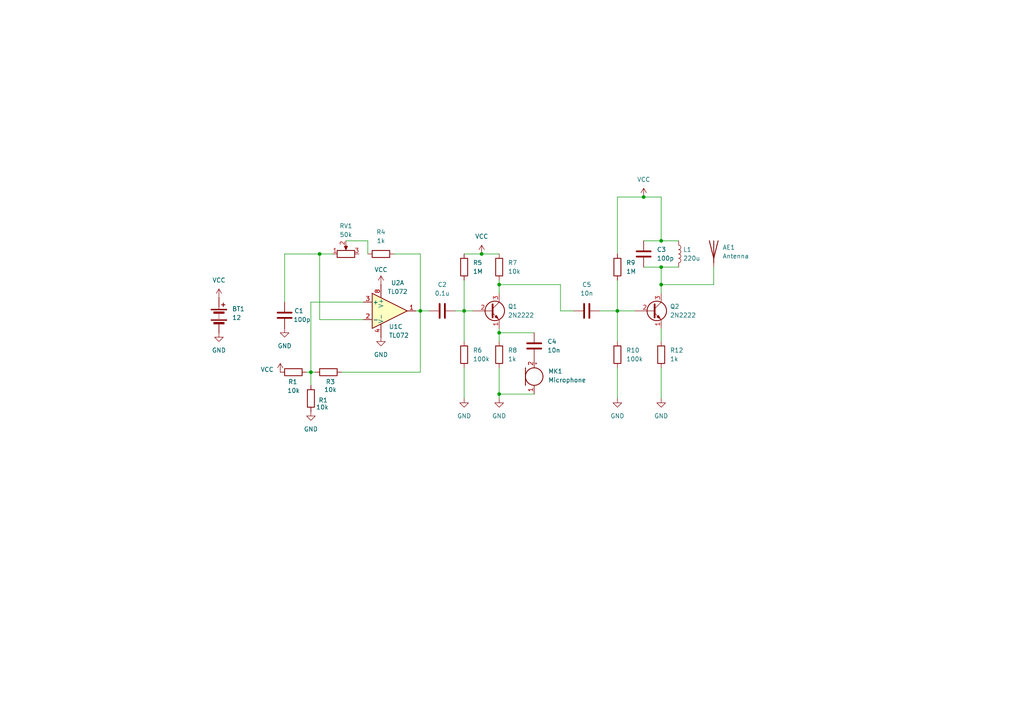
<source format=kicad_sch>
(kicad_sch
	(version 20231120)
	(generator "eeschema")
	(generator_version "8.0")
	(uuid "cd9b0188-2ce5-4f3c-9869-292be164b8dc")
	(paper "A4")
	(lib_symbols
		(symbol "Amplifier_Operational:TL072"
			(pin_names
				(offset 0.127)
			)
			(exclude_from_sim no)
			(in_bom yes)
			(on_board yes)
			(property "Reference" "U"
				(at 0 5.08 0)
				(effects
					(font
						(size 1.27 1.27)
					)
					(justify left)
				)
			)
			(property "Value" "TL072"
				(at 0 -5.08 0)
				(effects
					(font
						(size 1.27 1.27)
					)
					(justify left)
				)
			)
			(property "Footprint" ""
				(at 0 0 0)
				(effects
					(font
						(size 1.27 1.27)
					)
					(hide yes)
				)
			)
			(property "Datasheet" "http://www.ti.com/lit/ds/symlink/tl071.pdf"
				(at 0 0 0)
				(effects
					(font
						(size 1.27 1.27)
					)
					(hide yes)
				)
			)
			(property "Description" "Dual Low-Noise JFET-Input Operational Amplifiers, DIP-8/SOIC-8"
				(at 0 0 0)
				(effects
					(font
						(size 1.27 1.27)
					)
					(hide yes)
				)
			)
			(property "ki_locked" ""
				(at 0 0 0)
				(effects
					(font
						(size 1.27 1.27)
					)
				)
			)
			(property "ki_keywords" "dual opamp"
				(at 0 0 0)
				(effects
					(font
						(size 1.27 1.27)
					)
					(hide yes)
				)
			)
			(property "ki_fp_filters" "SOIC*3.9x4.9mm*P1.27mm* DIP*W7.62mm* TO*99* OnSemi*Micro8* TSSOP*3x3mm*P0.65mm* TSSOP*4.4x3mm*P0.65mm* MSOP*3x3mm*P0.65mm* SSOP*3.9x4.9mm*P0.635mm* LFCSP*2x2mm*P0.5mm* *SIP* SOIC*5.3x6.2mm*P1.27mm*"
				(at 0 0 0)
				(effects
					(font
						(size 1.27 1.27)
					)
					(hide yes)
				)
			)
			(symbol "TL072_1_1"
				(polyline
					(pts
						(xy -5.08 5.08) (xy 5.08 0) (xy -5.08 -5.08) (xy -5.08 5.08)
					)
					(stroke
						(width 0.254)
						(type default)
					)
					(fill
						(type background)
					)
				)
				(pin output line
					(at 7.62 0 180)
					(length 2.54)
					(name "~"
						(effects
							(font
								(size 1.27 1.27)
							)
						)
					)
					(number "1"
						(effects
							(font
								(size 1.27 1.27)
							)
						)
					)
				)
				(pin input line
					(at -7.62 -2.54 0)
					(length 2.54)
					(name "-"
						(effects
							(font
								(size 1.27 1.27)
							)
						)
					)
					(number "2"
						(effects
							(font
								(size 1.27 1.27)
							)
						)
					)
				)
				(pin input line
					(at -7.62 2.54 0)
					(length 2.54)
					(name "+"
						(effects
							(font
								(size 1.27 1.27)
							)
						)
					)
					(number "3"
						(effects
							(font
								(size 1.27 1.27)
							)
						)
					)
				)
			)
			(symbol "TL072_2_1"
				(polyline
					(pts
						(xy -5.08 5.08) (xy 5.08 0) (xy -5.08 -5.08) (xy -5.08 5.08)
					)
					(stroke
						(width 0.254)
						(type default)
					)
					(fill
						(type background)
					)
				)
				(pin input line
					(at -7.62 2.54 0)
					(length 2.54)
					(name "+"
						(effects
							(font
								(size 1.27 1.27)
							)
						)
					)
					(number "5"
						(effects
							(font
								(size 1.27 1.27)
							)
						)
					)
				)
				(pin input line
					(at -7.62 -2.54 0)
					(length 2.54)
					(name "-"
						(effects
							(font
								(size 1.27 1.27)
							)
						)
					)
					(number "6"
						(effects
							(font
								(size 1.27 1.27)
							)
						)
					)
				)
				(pin output line
					(at 7.62 0 180)
					(length 2.54)
					(name "~"
						(effects
							(font
								(size 1.27 1.27)
							)
						)
					)
					(number "7"
						(effects
							(font
								(size 1.27 1.27)
							)
						)
					)
				)
			)
			(symbol "TL072_3_1"
				(pin power_in line
					(at -2.54 -7.62 90)
					(length 3.81)
					(name "V-"
						(effects
							(font
								(size 1.27 1.27)
							)
						)
					)
					(number "4"
						(effects
							(font
								(size 1.27 1.27)
							)
						)
					)
				)
				(pin power_in line
					(at -2.54 7.62 270)
					(length 3.81)
					(name "V+"
						(effects
							(font
								(size 1.27 1.27)
							)
						)
					)
					(number "8"
						(effects
							(font
								(size 1.27 1.27)
							)
						)
					)
				)
			)
		)
		(symbol "Device:Antenna"
			(pin_numbers hide)
			(pin_names
				(offset 1.016) hide)
			(exclude_from_sim no)
			(in_bom yes)
			(on_board yes)
			(property "Reference" "AE"
				(at -1.905 1.905 0)
				(effects
					(font
						(size 1.27 1.27)
					)
					(justify right)
				)
			)
			(property "Value" "Antenna"
				(at -1.905 0 0)
				(effects
					(font
						(size 1.27 1.27)
					)
					(justify right)
				)
			)
			(property "Footprint" ""
				(at 0 0 0)
				(effects
					(font
						(size 1.27 1.27)
					)
					(hide yes)
				)
			)
			(property "Datasheet" "~"
				(at 0 0 0)
				(effects
					(font
						(size 1.27 1.27)
					)
					(hide yes)
				)
			)
			(property "Description" "Antenna"
				(at 0 0 0)
				(effects
					(font
						(size 1.27 1.27)
					)
					(hide yes)
				)
			)
			(property "ki_keywords" "antenna"
				(at 0 0 0)
				(effects
					(font
						(size 1.27 1.27)
					)
					(hide yes)
				)
			)
			(symbol "Antenna_0_1"
				(polyline
					(pts
						(xy 0 2.54) (xy 0 -3.81)
					)
					(stroke
						(width 0.254)
						(type default)
					)
					(fill
						(type none)
					)
				)
				(polyline
					(pts
						(xy 1.27 2.54) (xy 0 -2.54) (xy -1.27 2.54)
					)
					(stroke
						(width 0.254)
						(type default)
					)
					(fill
						(type none)
					)
				)
			)
			(symbol "Antenna_1_1"
				(pin input line
					(at 0 -5.08 90)
					(length 2.54)
					(name "A"
						(effects
							(font
								(size 1.27 1.27)
							)
						)
					)
					(number "1"
						(effects
							(font
								(size 1.27 1.27)
							)
						)
					)
				)
			)
		)
		(symbol "Device:Battery"
			(pin_numbers hide)
			(pin_names
				(offset 0) hide)
			(exclude_from_sim no)
			(in_bom yes)
			(on_board yes)
			(property "Reference" "BT"
				(at 2.54 2.54 0)
				(effects
					(font
						(size 1.27 1.27)
					)
					(justify left)
				)
			)
			(property "Value" "Battery"
				(at 2.54 0 0)
				(effects
					(font
						(size 1.27 1.27)
					)
					(justify left)
				)
			)
			(property "Footprint" ""
				(at 0 1.524 90)
				(effects
					(font
						(size 1.27 1.27)
					)
					(hide yes)
				)
			)
			(property "Datasheet" "~"
				(at 0 1.524 90)
				(effects
					(font
						(size 1.27 1.27)
					)
					(hide yes)
				)
			)
			(property "Description" "Multiple-cell battery"
				(at 0 0 0)
				(effects
					(font
						(size 1.27 1.27)
					)
					(hide yes)
				)
			)
			(property "ki_keywords" "batt voltage-source cell"
				(at 0 0 0)
				(effects
					(font
						(size 1.27 1.27)
					)
					(hide yes)
				)
			)
			(symbol "Battery_0_1"
				(rectangle
					(start -2.286 -1.27)
					(end 2.286 -1.524)
					(stroke
						(width 0)
						(type default)
					)
					(fill
						(type outline)
					)
				)
				(rectangle
					(start -2.286 1.778)
					(end 2.286 1.524)
					(stroke
						(width 0)
						(type default)
					)
					(fill
						(type outline)
					)
				)
				(rectangle
					(start -1.524 -2.032)
					(end 1.524 -2.54)
					(stroke
						(width 0)
						(type default)
					)
					(fill
						(type outline)
					)
				)
				(rectangle
					(start -1.524 1.016)
					(end 1.524 0.508)
					(stroke
						(width 0)
						(type default)
					)
					(fill
						(type outline)
					)
				)
				(polyline
					(pts
						(xy 0 -1.016) (xy 0 -0.762)
					)
					(stroke
						(width 0)
						(type default)
					)
					(fill
						(type none)
					)
				)
				(polyline
					(pts
						(xy 0 -0.508) (xy 0 -0.254)
					)
					(stroke
						(width 0)
						(type default)
					)
					(fill
						(type none)
					)
				)
				(polyline
					(pts
						(xy 0 0) (xy 0 0.254)
					)
					(stroke
						(width 0)
						(type default)
					)
					(fill
						(type none)
					)
				)
				(polyline
					(pts
						(xy 0 1.778) (xy 0 2.54)
					)
					(stroke
						(width 0)
						(type default)
					)
					(fill
						(type none)
					)
				)
				(polyline
					(pts
						(xy 0.762 3.048) (xy 1.778 3.048)
					)
					(stroke
						(width 0.254)
						(type default)
					)
					(fill
						(type none)
					)
				)
				(polyline
					(pts
						(xy 1.27 3.556) (xy 1.27 2.54)
					)
					(stroke
						(width 0.254)
						(type default)
					)
					(fill
						(type none)
					)
				)
			)
			(symbol "Battery_1_1"
				(pin passive line
					(at 0 5.08 270)
					(length 2.54)
					(name "+"
						(effects
							(font
								(size 1.27 1.27)
							)
						)
					)
					(number "1"
						(effects
							(font
								(size 1.27 1.27)
							)
						)
					)
				)
				(pin passive line
					(at 0 -5.08 90)
					(length 2.54)
					(name "-"
						(effects
							(font
								(size 1.27 1.27)
							)
						)
					)
					(number "2"
						(effects
							(font
								(size 1.27 1.27)
							)
						)
					)
				)
			)
		)
		(symbol "Device:C"
			(pin_numbers hide)
			(pin_names
				(offset 0.254)
			)
			(exclude_from_sim no)
			(in_bom yes)
			(on_board yes)
			(property "Reference" "C"
				(at 0.635 2.54 0)
				(effects
					(font
						(size 1.27 1.27)
					)
					(justify left)
				)
			)
			(property "Value" "C"
				(at 0.635 -2.54 0)
				(effects
					(font
						(size 1.27 1.27)
					)
					(justify left)
				)
			)
			(property "Footprint" ""
				(at 0.9652 -3.81 0)
				(effects
					(font
						(size 1.27 1.27)
					)
					(hide yes)
				)
			)
			(property "Datasheet" "~"
				(at 0 0 0)
				(effects
					(font
						(size 1.27 1.27)
					)
					(hide yes)
				)
			)
			(property "Description" "Unpolarized capacitor"
				(at 0 0 0)
				(effects
					(font
						(size 1.27 1.27)
					)
					(hide yes)
				)
			)
			(property "ki_keywords" "cap capacitor"
				(at 0 0 0)
				(effects
					(font
						(size 1.27 1.27)
					)
					(hide yes)
				)
			)
			(property "ki_fp_filters" "C_*"
				(at 0 0 0)
				(effects
					(font
						(size 1.27 1.27)
					)
					(hide yes)
				)
			)
			(symbol "C_0_1"
				(polyline
					(pts
						(xy -2.032 -0.762) (xy 2.032 -0.762)
					)
					(stroke
						(width 0.508)
						(type default)
					)
					(fill
						(type none)
					)
				)
				(polyline
					(pts
						(xy -2.032 0.762) (xy 2.032 0.762)
					)
					(stroke
						(width 0.508)
						(type default)
					)
					(fill
						(type none)
					)
				)
			)
			(symbol "C_1_1"
				(pin passive line
					(at 0 3.81 270)
					(length 2.794)
					(name "~"
						(effects
							(font
								(size 1.27 1.27)
							)
						)
					)
					(number "1"
						(effects
							(font
								(size 1.27 1.27)
							)
						)
					)
				)
				(pin passive line
					(at 0 -3.81 90)
					(length 2.794)
					(name "~"
						(effects
							(font
								(size 1.27 1.27)
							)
						)
					)
					(number "2"
						(effects
							(font
								(size 1.27 1.27)
							)
						)
					)
				)
			)
		)
		(symbol "Device:L"
			(pin_numbers hide)
			(pin_names
				(offset 1.016) hide)
			(exclude_from_sim no)
			(in_bom yes)
			(on_board yes)
			(property "Reference" "L"
				(at -1.27 0 90)
				(effects
					(font
						(size 1.27 1.27)
					)
				)
			)
			(property "Value" "L"
				(at 1.905 0 90)
				(effects
					(font
						(size 1.27 1.27)
					)
				)
			)
			(property "Footprint" ""
				(at 0 0 0)
				(effects
					(font
						(size 1.27 1.27)
					)
					(hide yes)
				)
			)
			(property "Datasheet" "~"
				(at 0 0 0)
				(effects
					(font
						(size 1.27 1.27)
					)
					(hide yes)
				)
			)
			(property "Description" "Inductor"
				(at 0 0 0)
				(effects
					(font
						(size 1.27 1.27)
					)
					(hide yes)
				)
			)
			(property "ki_keywords" "inductor choke coil reactor magnetic"
				(at 0 0 0)
				(effects
					(font
						(size 1.27 1.27)
					)
					(hide yes)
				)
			)
			(property "ki_fp_filters" "Choke_* *Coil* Inductor_* L_*"
				(at 0 0 0)
				(effects
					(font
						(size 1.27 1.27)
					)
					(hide yes)
				)
			)
			(symbol "L_0_1"
				(arc
					(start 0 -2.54)
					(mid 0.6323 -1.905)
					(end 0 -1.27)
					(stroke
						(width 0)
						(type default)
					)
					(fill
						(type none)
					)
				)
				(arc
					(start 0 -1.27)
					(mid 0.6323 -0.635)
					(end 0 0)
					(stroke
						(width 0)
						(type default)
					)
					(fill
						(type none)
					)
				)
				(arc
					(start 0 0)
					(mid 0.6323 0.635)
					(end 0 1.27)
					(stroke
						(width 0)
						(type default)
					)
					(fill
						(type none)
					)
				)
				(arc
					(start 0 1.27)
					(mid 0.6323 1.905)
					(end 0 2.54)
					(stroke
						(width 0)
						(type default)
					)
					(fill
						(type none)
					)
				)
			)
			(symbol "L_1_1"
				(pin passive line
					(at 0 3.81 270)
					(length 1.27)
					(name "1"
						(effects
							(font
								(size 1.27 1.27)
							)
						)
					)
					(number "1"
						(effects
							(font
								(size 1.27 1.27)
							)
						)
					)
				)
				(pin passive line
					(at 0 -3.81 90)
					(length 1.27)
					(name "2"
						(effects
							(font
								(size 1.27 1.27)
							)
						)
					)
					(number "2"
						(effects
							(font
								(size 1.27 1.27)
							)
						)
					)
				)
			)
		)
		(symbol "Device:Microphone"
			(pin_names
				(offset 0.0254) hide)
			(exclude_from_sim no)
			(in_bom yes)
			(on_board yes)
			(property "Reference" "MK"
				(at -3.81 1.27 0)
				(effects
					(font
						(size 1.27 1.27)
					)
					(justify right)
				)
			)
			(property "Value" "Microphone"
				(at -3.81 -0.635 0)
				(effects
					(font
						(size 1.27 1.27)
					)
					(justify right)
				)
			)
			(property "Footprint" ""
				(at 0 2.54 90)
				(effects
					(font
						(size 1.27 1.27)
					)
					(hide yes)
				)
			)
			(property "Datasheet" "~"
				(at 0 2.54 90)
				(effects
					(font
						(size 1.27 1.27)
					)
					(hide yes)
				)
			)
			(property "Description" "Microphone"
				(at 0 0 0)
				(effects
					(font
						(size 1.27 1.27)
					)
					(hide yes)
				)
			)
			(property "ki_keywords" "microphone"
				(at 0 0 0)
				(effects
					(font
						(size 1.27 1.27)
					)
					(hide yes)
				)
			)
			(symbol "Microphone_0_1"
				(polyline
					(pts
						(xy -2.54 2.54) (xy -2.54 -2.54)
					)
					(stroke
						(width 0.254)
						(type default)
					)
					(fill
						(type none)
					)
				)
				(polyline
					(pts
						(xy 0.254 3.81) (xy 0.762 3.81)
					)
					(stroke
						(width 0)
						(type default)
					)
					(fill
						(type none)
					)
				)
				(polyline
					(pts
						(xy 0.508 4.064) (xy 0.508 3.556)
					)
					(stroke
						(width 0)
						(type default)
					)
					(fill
						(type none)
					)
				)
				(circle
					(center 0 0)
					(radius 2.54)
					(stroke
						(width 0.254)
						(type default)
					)
					(fill
						(type none)
					)
				)
			)
			(symbol "Microphone_1_1"
				(pin passive line
					(at 0 -5.08 90)
					(length 2.54)
					(name "-"
						(effects
							(font
								(size 1.27 1.27)
							)
						)
					)
					(number "1"
						(effects
							(font
								(size 1.27 1.27)
							)
						)
					)
				)
				(pin passive line
					(at 0 5.08 270)
					(length 2.54)
					(name "+"
						(effects
							(font
								(size 1.27 1.27)
							)
						)
					)
					(number "2"
						(effects
							(font
								(size 1.27 1.27)
							)
						)
					)
				)
			)
		)
		(symbol "Device:R"
			(pin_numbers hide)
			(pin_names
				(offset 0)
			)
			(exclude_from_sim no)
			(in_bom yes)
			(on_board yes)
			(property "Reference" "R"
				(at 2.032 0 90)
				(effects
					(font
						(size 1.27 1.27)
					)
				)
			)
			(property "Value" "R"
				(at 0 0 90)
				(effects
					(font
						(size 1.27 1.27)
					)
				)
			)
			(property "Footprint" ""
				(at -1.778 0 90)
				(effects
					(font
						(size 1.27 1.27)
					)
					(hide yes)
				)
			)
			(property "Datasheet" "~"
				(at 0 0 0)
				(effects
					(font
						(size 1.27 1.27)
					)
					(hide yes)
				)
			)
			(property "Description" "Resistor"
				(at 0 0 0)
				(effects
					(font
						(size 1.27 1.27)
					)
					(hide yes)
				)
			)
			(property "ki_keywords" "R res resistor"
				(at 0 0 0)
				(effects
					(font
						(size 1.27 1.27)
					)
					(hide yes)
				)
			)
			(property "ki_fp_filters" "R_*"
				(at 0 0 0)
				(effects
					(font
						(size 1.27 1.27)
					)
					(hide yes)
				)
			)
			(symbol "R_0_1"
				(rectangle
					(start -1.016 -2.54)
					(end 1.016 2.54)
					(stroke
						(width 0.254)
						(type default)
					)
					(fill
						(type none)
					)
				)
			)
			(symbol "R_1_1"
				(pin passive line
					(at 0 3.81 270)
					(length 1.27)
					(name "~"
						(effects
							(font
								(size 1.27 1.27)
							)
						)
					)
					(number "1"
						(effects
							(font
								(size 1.27 1.27)
							)
						)
					)
				)
				(pin passive line
					(at 0 -3.81 90)
					(length 1.27)
					(name "~"
						(effects
							(font
								(size 1.27 1.27)
							)
						)
					)
					(number "2"
						(effects
							(font
								(size 1.27 1.27)
							)
						)
					)
				)
			)
		)
		(symbol "Device:R_Potentiometer"
			(pin_names
				(offset 1.016) hide)
			(exclude_from_sim no)
			(in_bom yes)
			(on_board yes)
			(property "Reference" "RV"
				(at -4.445 0 90)
				(effects
					(font
						(size 1.27 1.27)
					)
				)
			)
			(property "Value" "R_Potentiometer"
				(at -2.54 0 90)
				(effects
					(font
						(size 1.27 1.27)
					)
				)
			)
			(property "Footprint" ""
				(at 0 0 0)
				(effects
					(font
						(size 1.27 1.27)
					)
					(hide yes)
				)
			)
			(property "Datasheet" "~"
				(at 0 0 0)
				(effects
					(font
						(size 1.27 1.27)
					)
					(hide yes)
				)
			)
			(property "Description" "Potentiometer"
				(at 0 0 0)
				(effects
					(font
						(size 1.27 1.27)
					)
					(hide yes)
				)
			)
			(property "ki_keywords" "resistor variable"
				(at 0 0 0)
				(effects
					(font
						(size 1.27 1.27)
					)
					(hide yes)
				)
			)
			(property "ki_fp_filters" "Potentiometer*"
				(at 0 0 0)
				(effects
					(font
						(size 1.27 1.27)
					)
					(hide yes)
				)
			)
			(symbol "R_Potentiometer_0_1"
				(polyline
					(pts
						(xy 2.54 0) (xy 1.524 0)
					)
					(stroke
						(width 0)
						(type default)
					)
					(fill
						(type none)
					)
				)
				(polyline
					(pts
						(xy 1.143 0) (xy 2.286 0.508) (xy 2.286 -0.508) (xy 1.143 0)
					)
					(stroke
						(width 0)
						(type default)
					)
					(fill
						(type outline)
					)
				)
				(rectangle
					(start 1.016 2.54)
					(end -1.016 -2.54)
					(stroke
						(width 0.254)
						(type default)
					)
					(fill
						(type none)
					)
				)
			)
			(symbol "R_Potentiometer_1_1"
				(pin passive line
					(at 0 3.81 270)
					(length 1.27)
					(name "1"
						(effects
							(font
								(size 1.27 1.27)
							)
						)
					)
					(number "1"
						(effects
							(font
								(size 1.27 1.27)
							)
						)
					)
				)
				(pin passive line
					(at 3.81 0 180)
					(length 1.27)
					(name "2"
						(effects
							(font
								(size 1.27 1.27)
							)
						)
					)
					(number "2"
						(effects
							(font
								(size 1.27 1.27)
							)
						)
					)
				)
				(pin passive line
					(at 0 -3.81 90)
					(length 1.27)
					(name "3"
						(effects
							(font
								(size 1.27 1.27)
							)
						)
					)
					(number "3"
						(effects
							(font
								(size 1.27 1.27)
							)
						)
					)
				)
			)
		)
		(symbol "Transistor_BJT:2N3904"
			(pin_names
				(offset 0) hide)
			(exclude_from_sim no)
			(in_bom yes)
			(on_board yes)
			(property "Reference" "Q"
				(at 5.08 1.905 0)
				(effects
					(font
						(size 1.27 1.27)
					)
					(justify left)
				)
			)
			(property "Value" "2N3904"
				(at 5.08 0 0)
				(effects
					(font
						(size 1.27 1.27)
					)
					(justify left)
				)
			)
			(property "Footprint" "Package_TO_SOT_THT:TO-92_Inline"
				(at 5.08 -1.905 0)
				(effects
					(font
						(size 1.27 1.27)
						(italic yes)
					)
					(justify left)
					(hide yes)
				)
			)
			(property "Datasheet" "https://www.onsemi.com/pub/Collateral/2N3903-D.PDF"
				(at 0 0 0)
				(effects
					(font
						(size 1.27 1.27)
					)
					(justify left)
					(hide yes)
				)
			)
			(property "Description" "0.2A Ic, 40V Vce, Small Signal NPN Transistor, TO-92"
				(at 0 0 0)
				(effects
					(font
						(size 1.27 1.27)
					)
					(hide yes)
				)
			)
			(property "ki_keywords" "NPN Transistor"
				(at 0 0 0)
				(effects
					(font
						(size 1.27 1.27)
					)
					(hide yes)
				)
			)
			(property "ki_fp_filters" "TO?92*"
				(at 0 0 0)
				(effects
					(font
						(size 1.27 1.27)
					)
					(hide yes)
				)
			)
			(symbol "2N3904_0_1"
				(polyline
					(pts
						(xy 0.635 0.635) (xy 2.54 2.54)
					)
					(stroke
						(width 0)
						(type default)
					)
					(fill
						(type none)
					)
				)
				(polyline
					(pts
						(xy 0.635 -0.635) (xy 2.54 -2.54) (xy 2.54 -2.54)
					)
					(stroke
						(width 0)
						(type default)
					)
					(fill
						(type none)
					)
				)
				(polyline
					(pts
						(xy 0.635 1.905) (xy 0.635 -1.905) (xy 0.635 -1.905)
					)
					(stroke
						(width 0.508)
						(type default)
					)
					(fill
						(type none)
					)
				)
				(polyline
					(pts
						(xy 1.27 -1.778) (xy 1.778 -1.27) (xy 2.286 -2.286) (xy 1.27 -1.778) (xy 1.27 -1.778)
					)
					(stroke
						(width 0)
						(type default)
					)
					(fill
						(type outline)
					)
				)
				(circle
					(center 1.27 0)
					(radius 2.8194)
					(stroke
						(width 0.254)
						(type default)
					)
					(fill
						(type none)
					)
				)
			)
			(symbol "2N3904_1_1"
				(pin passive line
					(at 2.54 -5.08 90)
					(length 2.54)
					(name "E"
						(effects
							(font
								(size 1.27 1.27)
							)
						)
					)
					(number "1"
						(effects
							(font
								(size 1.27 1.27)
							)
						)
					)
				)
				(pin passive line
					(at -5.08 0 0)
					(length 5.715)
					(name "B"
						(effects
							(font
								(size 1.27 1.27)
							)
						)
					)
					(number "2"
						(effects
							(font
								(size 1.27 1.27)
							)
						)
					)
				)
				(pin passive line
					(at 2.54 5.08 270)
					(length 2.54)
					(name "C"
						(effects
							(font
								(size 1.27 1.27)
							)
						)
					)
					(number "3"
						(effects
							(font
								(size 1.27 1.27)
							)
						)
					)
				)
			)
		)
		(symbol "Transistor_BJT:BC107"
			(pin_names
				(offset 0) hide)
			(exclude_from_sim no)
			(in_bom yes)
			(on_board yes)
			(property "Reference" "Q"
				(at 5.08 1.905 0)
				(effects
					(font
						(size 1.27 1.27)
					)
					(justify left)
				)
			)
			(property "Value" "BC107"
				(at 5.08 0 0)
				(effects
					(font
						(size 1.27 1.27)
					)
					(justify left)
				)
			)
			(property "Footprint" "Package_TO_SOT_THT:TO-18-3"
				(at 5.08 -1.905 0)
				(effects
					(font
						(size 1.27 1.27)
						(italic yes)
					)
					(justify left)
					(hide yes)
				)
			)
			(property "Datasheet" "http://www.b-kainka.de/Daten/Transistor/BC108.pdf"
				(at 0 0 0)
				(effects
					(font
						(size 1.27 1.27)
					)
					(justify left)
					(hide yes)
				)
			)
			(property "Description" "0.1A Ic, 50V Vce, Low Noise General Purpose NPN Transistor, TO-18"
				(at 0 0 0)
				(effects
					(font
						(size 1.27 1.27)
					)
					(hide yes)
				)
			)
			(property "ki_keywords" "NPN low noise transistor"
				(at 0 0 0)
				(effects
					(font
						(size 1.27 1.27)
					)
					(hide yes)
				)
			)
			(property "ki_fp_filters" "TO?18*"
				(at 0 0 0)
				(effects
					(font
						(size 1.27 1.27)
					)
					(hide yes)
				)
			)
			(symbol "BC107_0_1"
				(polyline
					(pts
						(xy 0.635 0.635) (xy 2.54 2.54)
					)
					(stroke
						(width 0)
						(type default)
					)
					(fill
						(type none)
					)
				)
				(polyline
					(pts
						(xy 0.635 -0.635) (xy 2.54 -2.54) (xy 2.54 -2.54)
					)
					(stroke
						(width 0)
						(type default)
					)
					(fill
						(type none)
					)
				)
				(polyline
					(pts
						(xy 0.635 1.905) (xy 0.635 -1.905) (xy 0.635 -1.905)
					)
					(stroke
						(width 0.508)
						(type default)
					)
					(fill
						(type none)
					)
				)
				(polyline
					(pts
						(xy 1.27 -1.778) (xy 1.778 -1.27) (xy 2.286 -2.286) (xy 1.27 -1.778) (xy 1.27 -1.778)
					)
					(stroke
						(width 0)
						(type default)
					)
					(fill
						(type outline)
					)
				)
				(circle
					(center 1.27 0)
					(radius 2.8194)
					(stroke
						(width 0.254)
						(type default)
					)
					(fill
						(type none)
					)
				)
			)
			(symbol "BC107_1_1"
				(pin passive line
					(at 2.54 -5.08 90)
					(length 2.54)
					(name "E"
						(effects
							(font
								(size 1.27 1.27)
							)
						)
					)
					(number "1"
						(effects
							(font
								(size 1.27 1.27)
							)
						)
					)
				)
				(pin input line
					(at -5.08 0 0)
					(length 5.715)
					(name "B"
						(effects
							(font
								(size 1.27 1.27)
							)
						)
					)
					(number "2"
						(effects
							(font
								(size 1.27 1.27)
							)
						)
					)
				)
				(pin passive line
					(at 2.54 5.08 270)
					(length 2.54)
					(name "C"
						(effects
							(font
								(size 1.27 1.27)
							)
						)
					)
					(number "3"
						(effects
							(font
								(size 1.27 1.27)
							)
						)
					)
				)
			)
		)
		(symbol "power:GND"
			(power)
			(pin_numbers hide)
			(pin_names
				(offset 0) hide)
			(exclude_from_sim no)
			(in_bom yes)
			(on_board yes)
			(property "Reference" "#PWR"
				(at 0 -6.35 0)
				(effects
					(font
						(size 1.27 1.27)
					)
					(hide yes)
				)
			)
			(property "Value" "GND"
				(at 0 -3.81 0)
				(effects
					(font
						(size 1.27 1.27)
					)
				)
			)
			(property "Footprint" ""
				(at 0 0 0)
				(effects
					(font
						(size 1.27 1.27)
					)
					(hide yes)
				)
			)
			(property "Datasheet" ""
				(at 0 0 0)
				(effects
					(font
						(size 1.27 1.27)
					)
					(hide yes)
				)
			)
			(property "Description" "Power symbol creates a global label with name \"GND\" , ground"
				(at 0 0 0)
				(effects
					(font
						(size 1.27 1.27)
					)
					(hide yes)
				)
			)
			(property "ki_keywords" "global power"
				(at 0 0 0)
				(effects
					(font
						(size 1.27 1.27)
					)
					(hide yes)
				)
			)
			(symbol "GND_0_1"
				(polyline
					(pts
						(xy 0 0) (xy 0 -1.27) (xy 1.27 -1.27) (xy 0 -2.54) (xy -1.27 -1.27) (xy 0 -1.27)
					)
					(stroke
						(width 0)
						(type default)
					)
					(fill
						(type none)
					)
				)
			)
			(symbol "GND_1_1"
				(pin power_in line
					(at 0 0 270)
					(length 0)
					(name "~"
						(effects
							(font
								(size 1.27 1.27)
							)
						)
					)
					(number "1"
						(effects
							(font
								(size 1.27 1.27)
							)
						)
					)
				)
			)
		)
		(symbol "power:VCC"
			(power)
			(pin_numbers hide)
			(pin_names
				(offset 0) hide)
			(exclude_from_sim no)
			(in_bom yes)
			(on_board yes)
			(property "Reference" "#PWR"
				(at 0 -3.81 0)
				(effects
					(font
						(size 1.27 1.27)
					)
					(hide yes)
				)
			)
			(property "Value" "VCC"
				(at 0 3.556 0)
				(effects
					(font
						(size 1.27 1.27)
					)
				)
			)
			(property "Footprint" ""
				(at 0 0 0)
				(effects
					(font
						(size 1.27 1.27)
					)
					(hide yes)
				)
			)
			(property "Datasheet" ""
				(at 0 0 0)
				(effects
					(font
						(size 1.27 1.27)
					)
					(hide yes)
				)
			)
			(property "Description" "Power symbol creates a global label with name \"VCC\""
				(at 0 0 0)
				(effects
					(font
						(size 1.27 1.27)
					)
					(hide yes)
				)
			)
			(property "ki_keywords" "global power"
				(at 0 0 0)
				(effects
					(font
						(size 1.27 1.27)
					)
					(hide yes)
				)
			)
			(symbol "VCC_0_1"
				(polyline
					(pts
						(xy -0.762 1.27) (xy 0 2.54)
					)
					(stroke
						(width 0)
						(type default)
					)
					(fill
						(type none)
					)
				)
				(polyline
					(pts
						(xy 0 0) (xy 0 2.54)
					)
					(stroke
						(width 0)
						(type default)
					)
					(fill
						(type none)
					)
				)
				(polyline
					(pts
						(xy 0 2.54) (xy 0.762 1.27)
					)
					(stroke
						(width 0)
						(type default)
					)
					(fill
						(type none)
					)
				)
			)
			(symbol "VCC_1_1"
				(pin power_in line
					(at 0 0 90)
					(length 0)
					(name "~"
						(effects
							(font
								(size 1.27 1.27)
							)
						)
					)
					(number "1"
						(effects
							(font
								(size 1.27 1.27)
							)
						)
					)
				)
			)
		)
	)
	(junction
		(at 121.92 90.17)
		(diameter 0)
		(color 0 0 0 0)
		(uuid "07b9d780-eab8-438e-9305-3ee05a7d9025")
	)
	(junction
		(at 92.71 73.66)
		(diameter 0)
		(color 0 0 0 0)
		(uuid "1e872797-fd18-4613-a8d3-5f8bf8f68d07")
	)
	(junction
		(at 144.78 96.52)
		(diameter 0)
		(color 0 0 0 0)
		(uuid "226fa2a0-6e70-46bd-a653-44fd2a8cd954")
	)
	(junction
		(at 144.78 82.55)
		(diameter 0)
		(color 0 0 0 0)
		(uuid "23f89122-093c-479b-b794-dbd3bf8f2d06")
	)
	(junction
		(at 144.78 114.3)
		(diameter 0)
		(color 0 0 0 0)
		(uuid "2ba286ce-3aa6-4ed6-9350-8b13a97373ce")
	)
	(junction
		(at 191.77 82.55)
		(diameter 0)
		(color 0 0 0 0)
		(uuid "3191ca3f-176c-484a-9193-a6a3ae8e6776")
	)
	(junction
		(at 134.62 90.17)
		(diameter 0)
		(color 0 0 0 0)
		(uuid "347fd838-ab4a-4ee3-a539-47fd9f891684")
	)
	(junction
		(at 179.07 90.17)
		(diameter 0)
		(color 0 0 0 0)
		(uuid "3bcaed28-8c32-4ac5-abae-b6bc85082780")
	)
	(junction
		(at 90.17 107.95)
		(diameter 0)
		(color 0 0 0 0)
		(uuid "566af40f-5540-4860-80b9-70c2b94cc673")
	)
	(junction
		(at 186.69 57.15)
		(diameter 0)
		(color 0 0 0 0)
		(uuid "67b8f362-6e5e-4fdc-b7b3-85a7b3448b4f")
	)
	(junction
		(at 191.77 77.47)
		(diameter 0)
		(color 0 0 0 0)
		(uuid "79607e2a-5435-48ab-862b-1ac25d52abf0")
	)
	(junction
		(at 191.77 69.85)
		(diameter 0)
		(color 0 0 0 0)
		(uuid "a99dff3d-1bbc-4b69-bfcf-d39b8f44d943")
	)
	(junction
		(at 139.7 73.66)
		(diameter 0)
		(color 0 0 0 0)
		(uuid "f16e45b4-9a56-4e3e-a4fb-f89b98072349")
	)
	(wire
		(pts
			(xy 191.77 106.68) (xy 191.77 115.57)
		)
		(stroke
			(width 0)
			(type default)
		)
		(uuid "027af596-4ffd-4e4c-8cc4-dcafa15168bc")
	)
	(wire
		(pts
			(xy 134.62 73.66) (xy 139.7 73.66)
		)
		(stroke
			(width 0)
			(type default)
		)
		(uuid "03ebe0fa-4b73-4a41-bb49-c58a5a31b1be")
	)
	(wire
		(pts
			(xy 106.68 69.85) (xy 106.68 73.66)
		)
		(stroke
			(width 0)
			(type default)
		)
		(uuid "09e06757-cdd9-4643-bd96-fabc51091c27")
	)
	(wire
		(pts
			(xy 99.06 107.95) (xy 121.92 107.95)
		)
		(stroke
			(width 0)
			(type default)
		)
		(uuid "0b59cb18-afaa-4cbe-845d-e524cf65ae6c")
	)
	(wire
		(pts
			(xy 186.69 77.47) (xy 191.77 77.47)
		)
		(stroke
			(width 0)
			(type default)
		)
		(uuid "0e58341f-970e-4a27-a0ee-2c96b949ab00")
	)
	(wire
		(pts
			(xy 144.78 95.25) (xy 144.78 96.52)
		)
		(stroke
			(width 0)
			(type default)
		)
		(uuid "0ebe855b-56bb-4175-b4cc-f7210fc79692")
	)
	(wire
		(pts
			(xy 105.41 92.71) (xy 92.71 92.71)
		)
		(stroke
			(width 0)
			(type default)
		)
		(uuid "156359dc-5557-4a85-a367-547c9f4c50ee")
	)
	(wire
		(pts
			(xy 134.62 90.17) (xy 137.16 90.17)
		)
		(stroke
			(width 0)
			(type default)
		)
		(uuid "20664259-6b8d-4673-81bf-5531b04c9e41")
	)
	(wire
		(pts
			(xy 179.07 81.28) (xy 179.07 90.17)
		)
		(stroke
			(width 0)
			(type default)
		)
		(uuid "20a39cd3-0c0f-49ed-996b-5b6f001b756b")
	)
	(wire
		(pts
			(xy 90.17 107.95) (xy 88.9 107.95)
		)
		(stroke
			(width 0)
			(type default)
		)
		(uuid "25daabe2-9543-4cab-b4f1-cc07dc75cd23")
	)
	(wire
		(pts
			(xy 173.99 90.17) (xy 179.07 90.17)
		)
		(stroke
			(width 0)
			(type default)
		)
		(uuid "278faa35-dba2-4e98-9951-32a8ae55c865")
	)
	(wire
		(pts
			(xy 191.77 77.47) (xy 191.77 82.55)
		)
		(stroke
			(width 0)
			(type default)
		)
		(uuid "279fb7b7-49ce-4d1a-9a3d-5afd59662b60")
	)
	(wire
		(pts
			(xy 179.07 90.17) (xy 179.07 99.06)
		)
		(stroke
			(width 0)
			(type default)
		)
		(uuid "2d0b380b-41e7-4849-b4cf-183878401ab6")
	)
	(wire
		(pts
			(xy 207.01 77.47) (xy 207.01 82.55)
		)
		(stroke
			(width 0)
			(type default)
		)
		(uuid "2dfc412f-75e9-4c14-9e0a-a46dbd861b73")
	)
	(wire
		(pts
			(xy 134.62 90.17) (xy 134.62 99.06)
		)
		(stroke
			(width 0)
			(type default)
		)
		(uuid "3729ccfe-c093-459c-a66f-4ec93097e3df")
	)
	(wire
		(pts
			(xy 179.07 106.68) (xy 179.07 115.57)
		)
		(stroke
			(width 0)
			(type default)
		)
		(uuid "414baa7f-f848-4ca3-9816-cee078dc2faf")
	)
	(wire
		(pts
			(xy 179.07 90.17) (xy 184.15 90.17)
		)
		(stroke
			(width 0)
			(type default)
		)
		(uuid "41f2b114-7969-42cb-8b2e-a47742d05946")
	)
	(wire
		(pts
			(xy 191.77 57.15) (xy 191.77 69.85)
		)
		(stroke
			(width 0)
			(type default)
		)
		(uuid "42a58fcc-3b62-446e-b200-9607654a4a70")
	)
	(wire
		(pts
			(xy 90.17 87.63) (xy 90.17 107.95)
		)
		(stroke
			(width 0)
			(type default)
		)
		(uuid "55dce090-dcf8-4265-a54c-2bd5e725b7e3")
	)
	(wire
		(pts
			(xy 96.52 73.66) (xy 92.71 73.66)
		)
		(stroke
			(width 0)
			(type default)
		)
		(uuid "564b4848-65f9-4896-8ec7-afe1736ffd2e")
	)
	(wire
		(pts
			(xy 139.7 73.66) (xy 144.78 73.66)
		)
		(stroke
			(width 0)
			(type default)
		)
		(uuid "578800d9-fd74-4b7b-ac59-e3da7bc45745")
	)
	(wire
		(pts
			(xy 179.07 57.15) (xy 179.07 73.66)
		)
		(stroke
			(width 0)
			(type default)
		)
		(uuid "5d91b07c-77a2-495a-837a-1161ab006027")
	)
	(wire
		(pts
			(xy 105.41 87.63) (xy 90.17 87.63)
		)
		(stroke
			(width 0)
			(type default)
		)
		(uuid "63798f45-9daa-4d7d-a6d2-a64f79c3becc")
	)
	(wire
		(pts
			(xy 90.17 107.95) (xy 91.44 107.95)
		)
		(stroke
			(width 0)
			(type default)
		)
		(uuid "6700063e-5c0d-4900-bbd9-cc28fe918c9a")
	)
	(wire
		(pts
			(xy 191.77 77.47) (xy 196.85 77.47)
		)
		(stroke
			(width 0)
			(type default)
		)
		(uuid "6e92101b-0ffb-44ac-ae9b-d43634d7ed8a")
	)
	(wire
		(pts
			(xy 144.78 114.3) (xy 154.94 114.3)
		)
		(stroke
			(width 0)
			(type default)
		)
		(uuid "72c66e32-c515-4edb-877b-49413746678d")
	)
	(wire
		(pts
			(xy 114.3 73.66) (xy 121.92 73.66)
		)
		(stroke
			(width 0)
			(type default)
		)
		(uuid "7493f1a8-3a91-4b0a-94f9-68a815dff35a")
	)
	(wire
		(pts
			(xy 179.07 57.15) (xy 186.69 57.15)
		)
		(stroke
			(width 0)
			(type default)
		)
		(uuid "7f2ec903-ca2c-4c6e-b0ff-5fe76646ae69")
	)
	(wire
		(pts
			(xy 144.78 82.55) (xy 144.78 85.09)
		)
		(stroke
			(width 0)
			(type default)
		)
		(uuid "7fd0f6ae-ae79-4327-bc28-8cdd7f46c6ad")
	)
	(wire
		(pts
			(xy 186.69 69.85) (xy 191.77 69.85)
		)
		(stroke
			(width 0)
			(type default)
		)
		(uuid "7fe30ea7-4fff-4517-8072-0e26d431b2b1")
	)
	(wire
		(pts
			(xy 191.77 82.55) (xy 191.77 85.09)
		)
		(stroke
			(width 0)
			(type default)
		)
		(uuid "8179d3cc-672e-48f8-acc5-712b3ab5bd2e")
	)
	(wire
		(pts
			(xy 144.78 82.55) (xy 162.56 82.55)
		)
		(stroke
			(width 0)
			(type default)
		)
		(uuid "8926fbde-fb47-4aef-abd9-19a5fce0304d")
	)
	(wire
		(pts
			(xy 162.56 90.17) (xy 166.37 90.17)
		)
		(stroke
			(width 0)
			(type default)
		)
		(uuid "8adc5e24-76d9-4bc7-bda6-a4c03bdbd368")
	)
	(wire
		(pts
			(xy 162.56 82.55) (xy 162.56 90.17)
		)
		(stroke
			(width 0)
			(type default)
		)
		(uuid "8ce026a0-a098-4d24-be35-33983fd53560")
	)
	(wire
		(pts
			(xy 92.71 73.66) (xy 92.71 92.71)
		)
		(stroke
			(width 0)
			(type default)
		)
		(uuid "90854e88-a2c2-441e-a9b6-9429b330ac44")
	)
	(wire
		(pts
			(xy 134.62 81.28) (xy 134.62 90.17)
		)
		(stroke
			(width 0)
			(type default)
		)
		(uuid "95c38fdb-7351-4fb0-9178-42830421d49a")
	)
	(wire
		(pts
			(xy 132.08 90.17) (xy 134.62 90.17)
		)
		(stroke
			(width 0)
			(type default)
		)
		(uuid "969751d3-7347-4af0-b56e-28b5c9098429")
	)
	(wire
		(pts
			(xy 191.77 82.55) (xy 207.01 82.55)
		)
		(stroke
			(width 0)
			(type default)
		)
		(uuid "a417e59a-4c6d-48fd-9e9b-ecc880ca30b8")
	)
	(wire
		(pts
			(xy 144.78 81.28) (xy 144.78 82.55)
		)
		(stroke
			(width 0)
			(type default)
		)
		(uuid "a99502a7-9436-4eb1-9830-f1c39cf490ae")
	)
	(wire
		(pts
			(xy 144.78 96.52) (xy 144.78 99.06)
		)
		(stroke
			(width 0)
			(type default)
		)
		(uuid "acb82292-f582-4f21-9b27-08e5ccddd5e6")
	)
	(wire
		(pts
			(xy 191.77 95.25) (xy 191.77 99.06)
		)
		(stroke
			(width 0)
			(type default)
		)
		(uuid "accc8769-50d3-43fa-95e7-679a1c56b6c3")
	)
	(wire
		(pts
			(xy 121.92 107.95) (xy 121.92 90.17)
		)
		(stroke
			(width 0)
			(type default)
		)
		(uuid "b1c18b00-89c9-4a28-b90d-9091b211e430")
	)
	(wire
		(pts
			(xy 144.78 96.52) (xy 154.94 96.52)
		)
		(stroke
			(width 0)
			(type default)
		)
		(uuid "b40477c8-baee-4a34-9916-adfb8ccac30c")
	)
	(wire
		(pts
			(xy 121.92 73.66) (xy 121.92 90.17)
		)
		(stroke
			(width 0)
			(type default)
		)
		(uuid "b929c3dd-48cf-432f-8502-10ddade2296f")
	)
	(wire
		(pts
			(xy 90.17 111.76) (xy 90.17 107.95)
		)
		(stroke
			(width 0)
			(type default)
		)
		(uuid "c1c23516-5be3-4310-98c3-36b8aa25e559")
	)
	(wire
		(pts
			(xy 121.92 90.17) (xy 124.46 90.17)
		)
		(stroke
			(width 0)
			(type default)
		)
		(uuid "cda9094c-ac60-4ed1-87b0-d4b69ba8e901")
	)
	(wire
		(pts
			(xy 144.78 114.3) (xy 144.78 115.57)
		)
		(stroke
			(width 0)
			(type default)
		)
		(uuid "d9097632-bb53-4e4f-ab46-4fcbdd88cc49")
	)
	(wire
		(pts
			(xy 92.71 73.66) (xy 82.55 73.66)
		)
		(stroke
			(width 0)
			(type default)
		)
		(uuid "d90b85ab-4b00-4760-944a-6d57171b7f73")
	)
	(wire
		(pts
			(xy 186.69 57.15) (xy 191.77 57.15)
		)
		(stroke
			(width 0)
			(type default)
		)
		(uuid "dc759671-dbd5-4a4a-8f06-db46e11625ca")
	)
	(wire
		(pts
			(xy 82.55 73.66) (xy 82.55 87.63)
		)
		(stroke
			(width 0)
			(type default)
		)
		(uuid "ddb23603-25d9-48ae-902c-21a79ab82a27")
	)
	(wire
		(pts
			(xy 134.62 106.68) (xy 134.62 115.57)
		)
		(stroke
			(width 0)
			(type default)
		)
		(uuid "e63e93df-08af-4b78-9c36-197f884db938")
	)
	(wire
		(pts
			(xy 121.92 90.17) (xy 120.65 90.17)
		)
		(stroke
			(width 0)
			(type default)
		)
		(uuid "fc027d14-5e82-4980-8129-80a07dd77399")
	)
	(wire
		(pts
			(xy 191.77 69.85) (xy 196.85 69.85)
		)
		(stroke
			(width 0)
			(type default)
		)
		(uuid "fcf8ff93-b8c5-42a3-a176-f3e8cdef0d70")
	)
	(wire
		(pts
			(xy 144.78 106.68) (xy 144.78 114.3)
		)
		(stroke
			(width 0)
			(type default)
		)
		(uuid "fd3395d7-c11b-4ee1-a61a-659d1b411745")
	)
	(wire
		(pts
			(xy 100.33 69.85) (xy 106.68 69.85)
		)
		(stroke
			(width 0)
			(type default)
		)
		(uuid "ff54524b-d51a-45fc-af24-82a1d29b8d4a")
	)
	(symbol
		(lib_id "power:VCC")
		(at 139.7 73.66 0)
		(unit 1)
		(exclude_from_sim no)
		(in_bom yes)
		(on_board yes)
		(dnp no)
		(fields_autoplaced yes)
		(uuid "02934eec-a8b0-4619-b070-a211dfe63750")
		(property "Reference" "#PWR010"
			(at 139.7 77.47 0)
			(effects
				(font
					(size 1.27 1.27)
				)
				(hide yes)
			)
		)
		(property "Value" "VCC"
			(at 139.7 68.58 0)
			(effects
				(font
					(size 1.27 1.27)
				)
			)
		)
		(property "Footprint" ""
			(at 139.7 73.66 0)
			(effects
				(font
					(size 1.27 1.27)
				)
				(hide yes)
			)
		)
		(property "Datasheet" ""
			(at 139.7 73.66 0)
			(effects
				(font
					(size 1.27 1.27)
				)
				(hide yes)
			)
		)
		(property "Description" "Power symbol creates a global label with name \"VCC\""
			(at 139.7 73.66 0)
			(effects
				(font
					(size 1.27 1.27)
				)
				(hide yes)
			)
		)
		(pin "1"
			(uuid "0c9afa58-bea7-4ef6-b6d8-40ad70707f4c")
		)
		(instances
			(project ""
				(path "/cd9b0188-2ce5-4f3c-9869-292be164b8dc"
					(reference "#PWR010")
					(unit 1)
				)
			)
		)
	)
	(symbol
		(lib_id "power:VCC")
		(at 186.69 57.15 0)
		(unit 1)
		(exclude_from_sim no)
		(in_bom yes)
		(on_board yes)
		(dnp no)
		(fields_autoplaced yes)
		(uuid "044cbcd2-6d1b-46e5-8c3f-2669c53fb362")
		(property "Reference" "#PWR011"
			(at 186.69 60.96 0)
			(effects
				(font
					(size 1.27 1.27)
				)
				(hide yes)
			)
		)
		(property "Value" "VCC"
			(at 186.69 52.07 0)
			(effects
				(font
					(size 1.27 1.27)
				)
			)
		)
		(property "Footprint" ""
			(at 186.69 57.15 0)
			(effects
				(font
					(size 1.27 1.27)
				)
				(hide yes)
			)
		)
		(property "Datasheet" ""
			(at 186.69 57.15 0)
			(effects
				(font
					(size 1.27 1.27)
				)
				(hide yes)
			)
		)
		(property "Description" "Power symbol creates a global label with name \"VCC\""
			(at 186.69 57.15 0)
			(effects
				(font
					(size 1.27 1.27)
				)
				(hide yes)
			)
		)
		(pin "1"
			(uuid "c3bcded5-ad40-4fc6-8db4-d731e5945232")
		)
		(instances
			(project ""
				(path "/cd9b0188-2ce5-4f3c-9869-292be164b8dc"
					(reference "#PWR011")
					(unit 1)
				)
			)
		)
	)
	(symbol
		(lib_id "Device:R")
		(at 95.25 107.95 270)
		(unit 1)
		(exclude_from_sim no)
		(in_bom yes)
		(on_board yes)
		(dnp no)
		(uuid "0a91166e-f4a4-4640-aecf-8734a83e4071")
		(property "Reference" "R3"
			(at 94.488 110.744 90)
			(effects
				(font
					(size 1.27 1.27)
				)
				(justify left)
			)
		)
		(property "Value" "10k"
			(at 93.98 113.03 90)
			(effects
				(font
					(size 1.27 1.27)
				)
				(justify left)
			)
		)
		(property "Footprint" ""
			(at 95.25 106.172 90)
			(effects
				(font
					(size 1.27 1.27)
				)
				(hide yes)
			)
		)
		(property "Datasheet" "~"
			(at 95.25 107.95 0)
			(effects
				(font
					(size 1.27 1.27)
				)
				(hide yes)
			)
		)
		(property "Description" "Resistor"
			(at 95.25 107.95 0)
			(effects
				(font
					(size 1.27 1.27)
				)
				(hide yes)
			)
		)
		(pin "1"
			(uuid "544e564b-5b8f-425a-9ebf-aa76be0cd733")
		)
		(pin "2"
			(uuid "5c05413d-2549-4558-b8ae-4ba4b85ad221")
		)
		(instances
			(project ""
				(path "/cd9b0188-2ce5-4f3c-9869-292be164b8dc"
					(reference "R3")
					(unit 1)
				)
			)
		)
	)
	(symbol
		(lib_id "Device:C")
		(at 128.27 90.17 270)
		(unit 1)
		(exclude_from_sim no)
		(in_bom yes)
		(on_board yes)
		(dnp no)
		(fields_autoplaced yes)
		(uuid "0b7d8917-fa75-453b-8dd0-8f187587ad14")
		(property "Reference" "C2"
			(at 128.27 82.55 90)
			(effects
				(font
					(size 1.27 1.27)
				)
			)
		)
		(property "Value" "0.1u"
			(at 128.27 85.09 90)
			(effects
				(font
					(size 1.27 1.27)
				)
			)
		)
		(property "Footprint" ""
			(at 124.46 91.1352 0)
			(effects
				(font
					(size 1.27 1.27)
				)
				(hide yes)
			)
		)
		(property "Datasheet" "~"
			(at 128.27 90.17 0)
			(effects
				(font
					(size 1.27 1.27)
				)
				(hide yes)
			)
		)
		(property "Description" "Unpolarized capacitor"
			(at 128.27 90.17 0)
			(effects
				(font
					(size 1.27 1.27)
				)
				(hide yes)
			)
		)
		(pin "1"
			(uuid "c2a87f9c-f2e2-4a7c-97dc-eb9373f2b8fb")
		)
		(pin "2"
			(uuid "1fd3c036-fe36-4487-8ca4-71dcffb7b82c")
		)
		(instances
			(project ""
				(path "/cd9b0188-2ce5-4f3c-9869-292be164b8dc"
					(reference "C2")
					(unit 1)
				)
			)
		)
	)
	(symbol
		(lib_id "Amplifier_Operational:TL072")
		(at 113.03 90.17 0)
		(unit 1)
		(exclude_from_sim no)
		(in_bom yes)
		(on_board yes)
		(dnp no)
		(uuid "0e1d7032-106c-433d-a2f3-537e7a4b91a7")
		(property "Reference" "U2"
			(at 115.316 82.042 0)
			(effects
				(font
					(size 1.27 1.27)
				)
			)
		)
		(property "Value" "TL072"
			(at 115.316 84.582 0)
			(effects
				(font
					(size 1.27 1.27)
				)
			)
		)
		(property "Footprint" ""
			(at 113.03 90.17 0)
			(effects
				(font
					(size 1.27 1.27)
				)
				(hide yes)
			)
		)
		(property "Datasheet" "http://www.ti.com/lit/ds/symlink/tl071.pdf"
			(at 113.03 90.17 0)
			(effects
				(font
					(size 1.27 1.27)
				)
				(hide yes)
			)
		)
		(property "Description" "Dual Low-Noise JFET-Input Operational Amplifiers, DIP-8/SOIC-8"
			(at 113.03 90.17 0)
			(effects
				(font
					(size 1.27 1.27)
				)
				(hide yes)
			)
		)
		(pin "5"
			(uuid "da391a44-f0e1-4533-a958-7b346405fe4f")
		)
		(pin "1"
			(uuid "94af88b0-cdfe-44f6-8dc5-15c02719bbb9")
		)
		(pin "8"
			(uuid "a550956e-d77c-4d9f-be1a-10f3e033d31d")
		)
		(pin "2"
			(uuid "66cda20d-4dfc-4039-bfff-edd4437d363d")
		)
		(pin "3"
			(uuid "df6e4dbc-7355-4fbb-ab6e-41cd97fb547c")
		)
		(pin "6"
			(uuid "24eae9ec-3d3b-4159-a441-ef1c31cf8a49")
		)
		(pin "7"
			(uuid "421896c4-474e-4b4c-a22e-3c5839c8f143")
		)
		(pin "4"
			(uuid "8e9a1340-1dd5-4cc7-b606-bb1715cd58e8")
		)
		(instances
			(project ""
				(path "/cd9b0188-2ce5-4f3c-9869-292be164b8dc"
					(reference "U2")
					(unit 1)
				)
			)
		)
	)
	(symbol
		(lib_id "power:GND")
		(at 191.77 115.57 0)
		(unit 1)
		(exclude_from_sim no)
		(in_bom yes)
		(on_board yes)
		(dnp no)
		(fields_autoplaced yes)
		(uuid "13d4c473-5154-47fe-98f4-5fcd830311e5")
		(property "Reference" "#PWR09"
			(at 191.77 121.92 0)
			(effects
				(font
					(size 1.27 1.27)
				)
				(hide yes)
			)
		)
		(property "Value" "GND"
			(at 191.77 120.65 0)
			(effects
				(font
					(size 1.27 1.27)
				)
			)
		)
		(property "Footprint" ""
			(at 191.77 115.57 0)
			(effects
				(font
					(size 1.27 1.27)
				)
				(hide yes)
			)
		)
		(property "Datasheet" ""
			(at 191.77 115.57 0)
			(effects
				(font
					(size 1.27 1.27)
				)
				(hide yes)
			)
		)
		(property "Description" "Power symbol creates a global label with name \"GND\" , ground"
			(at 191.77 115.57 0)
			(effects
				(font
					(size 1.27 1.27)
				)
				(hide yes)
			)
		)
		(pin "1"
			(uuid "e8a57f7f-1267-46cc-8cce-61c40ae7f7a2")
		)
		(instances
			(project ""
				(path "/cd9b0188-2ce5-4f3c-9869-292be164b8dc"
					(reference "#PWR09")
					(unit 1)
				)
			)
		)
	)
	(symbol
		(lib_id "Device:R")
		(at 179.07 77.47 0)
		(unit 1)
		(exclude_from_sim no)
		(in_bom yes)
		(on_board yes)
		(dnp no)
		(fields_autoplaced yes)
		(uuid "1a2a26e0-4649-420e-9d26-e436020e0ee9")
		(property "Reference" "R9"
			(at 181.61 76.1999 0)
			(effects
				(font
					(size 1.27 1.27)
				)
				(justify left)
			)
		)
		(property "Value" "1M"
			(at 181.61 78.7399 0)
			(effects
				(font
					(size 1.27 1.27)
				)
				(justify left)
			)
		)
		(property "Footprint" ""
			(at 177.292 77.47 90)
			(effects
				(font
					(size 1.27 1.27)
				)
				(hide yes)
			)
		)
		(property "Datasheet" "~"
			(at 179.07 77.47 0)
			(effects
				(font
					(size 1.27 1.27)
				)
				(hide yes)
			)
		)
		(property "Description" "Resistor"
			(at 179.07 77.47 0)
			(effects
				(font
					(size 1.27 1.27)
				)
				(hide yes)
			)
		)
		(pin "1"
			(uuid "597356b1-5042-467e-9089-58f99cb2be30")
		)
		(pin "2"
			(uuid "bc4e4a58-5508-4416-b982-7ac433fde0ac")
		)
		(instances
			(project ""
				(path "/cd9b0188-2ce5-4f3c-9869-292be164b8dc"
					(reference "R9")
					(unit 1)
				)
			)
		)
	)
	(symbol
		(lib_id "Device:R")
		(at 134.62 77.47 0)
		(unit 1)
		(exclude_from_sim no)
		(in_bom yes)
		(on_board yes)
		(dnp no)
		(fields_autoplaced yes)
		(uuid "1b0bcd7b-a7f2-4550-a7c4-2524edd201d4")
		(property "Reference" "R5"
			(at 137.16 76.1999 0)
			(effects
				(font
					(size 1.27 1.27)
				)
				(justify left)
			)
		)
		(property "Value" "1M"
			(at 137.16 78.7399 0)
			(effects
				(font
					(size 1.27 1.27)
				)
				(justify left)
			)
		)
		(property "Footprint" ""
			(at 132.842 77.47 90)
			(effects
				(font
					(size 1.27 1.27)
				)
				(hide yes)
			)
		)
		(property "Datasheet" "~"
			(at 134.62 77.47 0)
			(effects
				(font
					(size 1.27 1.27)
				)
				(hide yes)
			)
		)
		(property "Description" "Resistor"
			(at 134.62 77.47 0)
			(effects
				(font
					(size 1.27 1.27)
				)
				(hide yes)
			)
		)
		(pin "2"
			(uuid "b858262e-b2bc-42e8-8928-d2cb497b295e")
		)
		(pin "1"
			(uuid "1ad866f6-c2d0-4101-b4f1-6bd59ef3ed9c")
		)
		(instances
			(project ""
				(path "/cd9b0188-2ce5-4f3c-9869-292be164b8dc"
					(reference "R5")
					(unit 1)
				)
			)
		)
	)
	(symbol
		(lib_id "Device:C")
		(at 186.69 73.66 0)
		(unit 1)
		(exclude_from_sim no)
		(in_bom yes)
		(on_board yes)
		(dnp no)
		(fields_autoplaced yes)
		(uuid "209b9b54-cc58-432f-975b-c6eeb5e0a0a7")
		(property "Reference" "C3"
			(at 190.5 72.3899 0)
			(effects
				(font
					(size 1.27 1.27)
				)
				(justify left)
			)
		)
		(property "Value" "100p"
			(at 190.5 74.9299 0)
			(effects
				(font
					(size 1.27 1.27)
				)
				(justify left)
			)
		)
		(property "Footprint" ""
			(at 187.6552 77.47 0)
			(effects
				(font
					(size 1.27 1.27)
				)
				(hide yes)
			)
		)
		(property "Datasheet" "~"
			(at 186.69 73.66 0)
			(effects
				(font
					(size 1.27 1.27)
				)
				(hide yes)
			)
		)
		(property "Description" "Unpolarized capacitor"
			(at 186.69 73.66 0)
			(effects
				(font
					(size 1.27 1.27)
				)
				(hide yes)
			)
		)
		(pin "1"
			(uuid "6ddc2634-4f06-433e-a732-938d667d1e8b")
		)
		(pin "2"
			(uuid "7be29ed0-d249-4ae0-9442-1f1352fc8d2a")
		)
		(instances
			(project ""
				(path "/cd9b0188-2ce5-4f3c-9869-292be164b8dc"
					(reference "C3")
					(unit 1)
				)
			)
		)
	)
	(symbol
		(lib_id "power:GND")
		(at 82.55 95.25 0)
		(unit 1)
		(exclude_from_sim no)
		(in_bom yes)
		(on_board yes)
		(dnp no)
		(fields_autoplaced yes)
		(uuid "237ac4d1-2a49-4f14-8637-b76aecc8bbb7")
		(property "Reference" "#PWR05"
			(at 82.55 101.6 0)
			(effects
				(font
					(size 1.27 1.27)
				)
				(hide yes)
			)
		)
		(property "Value" "GND"
			(at 82.55 100.33 0)
			(effects
				(font
					(size 1.27 1.27)
				)
			)
		)
		(property "Footprint" ""
			(at 82.55 95.25 0)
			(effects
				(font
					(size 1.27 1.27)
				)
				(hide yes)
			)
		)
		(property "Datasheet" ""
			(at 82.55 95.25 0)
			(effects
				(font
					(size 1.27 1.27)
				)
				(hide yes)
			)
		)
		(property "Description" "Power symbol creates a global label with name \"GND\" , ground"
			(at 82.55 95.25 0)
			(effects
				(font
					(size 1.27 1.27)
				)
				(hide yes)
			)
		)
		(pin "1"
			(uuid "c9cae15a-30c6-4bfc-a9eb-51aa27b65213")
		)
		(instances
			(project ""
				(path "/cd9b0188-2ce5-4f3c-9869-292be164b8dc"
					(reference "#PWR05")
					(unit 1)
				)
			)
		)
	)
	(symbol
		(lib_id "Device:R")
		(at 144.78 77.47 0)
		(unit 1)
		(exclude_from_sim no)
		(in_bom yes)
		(on_board yes)
		(dnp no)
		(fields_autoplaced yes)
		(uuid "2cf5d895-ed2c-4b5b-8c37-9270be8a8b3f")
		(property "Reference" "R7"
			(at 147.32 76.1999 0)
			(effects
				(font
					(size 1.27 1.27)
				)
				(justify left)
			)
		)
		(property "Value" "10k"
			(at 147.32 78.7399 0)
			(effects
				(font
					(size 1.27 1.27)
				)
				(justify left)
			)
		)
		(property "Footprint" ""
			(at 143.002 77.47 90)
			(effects
				(font
					(size 1.27 1.27)
				)
				(hide yes)
			)
		)
		(property "Datasheet" "~"
			(at 144.78 77.47 0)
			(effects
				(font
					(size 1.27 1.27)
				)
				(hide yes)
			)
		)
		(property "Description" "Resistor"
			(at 144.78 77.47 0)
			(effects
				(font
					(size 1.27 1.27)
				)
				(hide yes)
			)
		)
		(pin "2"
			(uuid "385eec17-e38f-4a4e-b1b2-b36a00a7a0bf")
		)
		(pin "1"
			(uuid "0a114198-03db-4a01-a61f-9a43effcc1ee")
		)
		(instances
			(project ""
				(path "/cd9b0188-2ce5-4f3c-9869-292be164b8dc"
					(reference "R7")
					(unit 1)
				)
			)
		)
	)
	(symbol
		(lib_id "power:GND")
		(at 144.78 115.57 0)
		(unit 1)
		(exclude_from_sim no)
		(in_bom yes)
		(on_board yes)
		(dnp no)
		(fields_autoplaced yes)
		(uuid "3249a27b-84f5-4ab3-bde8-384b1d8366bf")
		(property "Reference" "#PWR07"
			(at 144.78 121.92 0)
			(effects
				(font
					(size 1.27 1.27)
				)
				(hide yes)
			)
		)
		(property "Value" "GND"
			(at 144.78 120.65 0)
			(effects
				(font
					(size 1.27 1.27)
				)
			)
		)
		(property "Footprint" ""
			(at 144.78 115.57 0)
			(effects
				(font
					(size 1.27 1.27)
				)
				(hide yes)
			)
		)
		(property "Datasheet" ""
			(at 144.78 115.57 0)
			(effects
				(font
					(size 1.27 1.27)
				)
				(hide yes)
			)
		)
		(property "Description" "Power symbol creates a global label with name \"GND\" , ground"
			(at 144.78 115.57 0)
			(effects
				(font
					(size 1.27 1.27)
				)
				(hide yes)
			)
		)
		(pin "1"
			(uuid "433d8dd7-0e63-42c4-bdc3-9a2bbd216bf3")
		)
		(instances
			(project ""
				(path "/cd9b0188-2ce5-4f3c-9869-292be164b8dc"
					(reference "#PWR07")
					(unit 1)
				)
			)
		)
	)
	(symbol
		(lib_id "Device:R")
		(at 179.07 102.87 0)
		(unit 1)
		(exclude_from_sim no)
		(in_bom yes)
		(on_board yes)
		(dnp no)
		(fields_autoplaced yes)
		(uuid "373be537-160f-41c2-b07f-5c849144aa42")
		(property "Reference" "R10"
			(at 181.61 101.5999 0)
			(effects
				(font
					(size 1.27 1.27)
				)
				(justify left)
			)
		)
		(property "Value" "100k"
			(at 181.61 104.1399 0)
			(effects
				(font
					(size 1.27 1.27)
				)
				(justify left)
			)
		)
		(property "Footprint" ""
			(at 177.292 102.87 90)
			(effects
				(font
					(size 1.27 1.27)
				)
				(hide yes)
			)
		)
		(property "Datasheet" "~"
			(at 179.07 102.87 0)
			(effects
				(font
					(size 1.27 1.27)
				)
				(hide yes)
			)
		)
		(property "Description" "Resistor"
			(at 179.07 102.87 0)
			(effects
				(font
					(size 1.27 1.27)
				)
				(hide yes)
			)
		)
		(pin "1"
			(uuid "b99eb276-864e-4992-b686-962c4a7a8a79")
		)
		(pin "2"
			(uuid "d876c311-f2c0-4891-908e-c466dba9fe58")
		)
		(instances
			(project ""
				(path "/cd9b0188-2ce5-4f3c-9869-292be164b8dc"
					(reference "R10")
					(unit 1)
				)
			)
		)
	)
	(symbol
		(lib_id "Device:R")
		(at 85.09 107.95 270)
		(unit 1)
		(exclude_from_sim no)
		(in_bom yes)
		(on_board yes)
		(dnp no)
		(uuid "39d6560b-339b-43c8-a909-40e64281e551")
		(property "Reference" "R1"
			(at 83.566 110.744 90)
			(effects
				(font
					(size 1.27 1.27)
				)
				(justify left)
			)
		)
		(property "Value" "10k"
			(at 83.312 113.284 90)
			(effects
				(font
					(size 1.27 1.27)
				)
				(justify left)
			)
		)
		(property "Footprint" ""
			(at 85.09 106.172 90)
			(effects
				(font
					(size 1.27 1.27)
				)
				(hide yes)
			)
		)
		(property "Datasheet" "~"
			(at 85.09 107.95 0)
			(effects
				(font
					(size 1.27 1.27)
				)
				(hide yes)
			)
		)
		(property "Description" "Resistor"
			(at 85.09 107.95 0)
			(effects
				(font
					(size 1.27 1.27)
				)
				(hide yes)
			)
		)
		(pin "2"
			(uuid "e543c4e6-8a65-4d28-aece-c519a8e19940")
		)
		(pin "1"
			(uuid "57e8889b-25be-4c1f-8ba5-a050be4b2dc6")
		)
		(instances
			(project ""
				(path "/cd9b0188-2ce5-4f3c-9869-292be164b8dc"
					(reference "R1")
					(unit 1)
				)
			)
		)
	)
	(symbol
		(lib_id "Device:Battery")
		(at 63.5 91.44 0)
		(unit 1)
		(exclude_from_sim no)
		(in_bom yes)
		(on_board yes)
		(dnp no)
		(fields_autoplaced yes)
		(uuid "3f2fa2e9-9a19-4b96-b25c-8d38d2c4165f")
		(property "Reference" "BT1"
			(at 67.31 89.5984 0)
			(effects
				(font
					(size 1.27 1.27)
				)
				(justify left)
			)
		)
		(property "Value" "12"
			(at 67.31 92.1384 0)
			(effects
				(font
					(size 1.27 1.27)
				)
				(justify left)
			)
		)
		(property "Footprint" ""
			(at 63.5 89.916 90)
			(effects
				(font
					(size 1.27 1.27)
				)
				(hide yes)
			)
		)
		(property "Datasheet" "~"
			(at 63.5 89.916 90)
			(effects
				(font
					(size 1.27 1.27)
				)
				(hide yes)
			)
		)
		(property "Description" "Multiple-cell battery"
			(at 63.5 91.44 0)
			(effects
				(font
					(size 1.27 1.27)
				)
				(hide yes)
			)
		)
		(pin "2"
			(uuid "ec04a476-23a2-4b37-a28c-99fcdd1d3976")
		)
		(pin "1"
			(uuid "2a7d62da-089e-4c22-9e88-50db60116903")
		)
		(instances
			(project ""
				(path "/cd9b0188-2ce5-4f3c-9869-292be164b8dc"
					(reference "BT1")
					(unit 1)
				)
			)
		)
	)
	(symbol
		(lib_id "Device:R")
		(at 110.49 73.66 90)
		(unit 1)
		(exclude_from_sim no)
		(in_bom yes)
		(on_board yes)
		(dnp no)
		(fields_autoplaced yes)
		(uuid "3ff130b7-8fa3-4012-91f0-a35b7412a282")
		(property "Reference" "R4"
			(at 110.49 67.31 90)
			(effects
				(font
					(size 1.27 1.27)
				)
			)
		)
		(property "Value" "1k"
			(at 110.49 69.85 90)
			(effects
				(font
					(size 1.27 1.27)
				)
			)
		)
		(property "Footprint" ""
			(at 110.49 75.438 90)
			(effects
				(font
					(size 1.27 1.27)
				)
				(hide yes)
			)
		)
		(property "Datasheet" "~"
			(at 110.49 73.66 0)
			(effects
				(font
					(size 1.27 1.27)
				)
				(hide yes)
			)
		)
		(property "Description" "Resistor"
			(at 110.49 73.66 0)
			(effects
				(font
					(size 1.27 1.27)
				)
				(hide yes)
			)
		)
		(pin "1"
			(uuid "135fe57c-a5e4-4c0d-b0bc-eb815894831e")
		)
		(pin "2"
			(uuid "d78fccf6-b4ff-42e1-8504-04ee48b47b68")
		)
		(instances
			(project ""
				(path "/cd9b0188-2ce5-4f3c-9869-292be164b8dc"
					(reference "R4")
					(unit 1)
				)
			)
		)
	)
	(symbol
		(lib_id "power:GND")
		(at 134.62 115.57 0)
		(unit 1)
		(exclude_from_sim no)
		(in_bom yes)
		(on_board yes)
		(dnp no)
		(fields_autoplaced yes)
		(uuid "40d75799-a876-4a3d-8078-9ce8ddf606c3")
		(property "Reference" "#PWR06"
			(at 134.62 121.92 0)
			(effects
				(font
					(size 1.27 1.27)
				)
				(hide yes)
			)
		)
		(property "Value" "GND"
			(at 134.62 120.65 0)
			(effects
				(font
					(size 1.27 1.27)
				)
			)
		)
		(property "Footprint" ""
			(at 134.62 115.57 0)
			(effects
				(font
					(size 1.27 1.27)
				)
				(hide yes)
			)
		)
		(property "Datasheet" ""
			(at 134.62 115.57 0)
			(effects
				(font
					(size 1.27 1.27)
				)
				(hide yes)
			)
		)
		(property "Description" "Power symbol creates a global label with name \"GND\" , ground"
			(at 134.62 115.57 0)
			(effects
				(font
					(size 1.27 1.27)
				)
				(hide yes)
			)
		)
		(pin "1"
			(uuid "7e848552-09bd-4b47-a62f-f831654c5101")
		)
		(instances
			(project ""
				(path "/cd9b0188-2ce5-4f3c-9869-292be164b8dc"
					(reference "#PWR06")
					(unit 1)
				)
			)
		)
	)
	(symbol
		(lib_id "power:VCC")
		(at 81.28 107.95 0)
		(unit 1)
		(exclude_from_sim no)
		(in_bom yes)
		(on_board yes)
		(dnp no)
		(uuid "49b26b89-924e-4514-b64d-d5590f86bbf0")
		(property "Reference" "#PWR01"
			(at 81.28 111.76 0)
			(effects
				(font
					(size 1.27 1.27)
				)
				(hide yes)
			)
		)
		(property "Value" "VCC"
			(at 77.47 107.188 0)
			(effects
				(font
					(size 1.27 1.27)
				)
			)
		)
		(property "Footprint" ""
			(at 81.28 107.95 0)
			(effects
				(font
					(size 1.27 1.27)
				)
				(hide yes)
			)
		)
		(property "Datasheet" ""
			(at 81.28 107.95 0)
			(effects
				(font
					(size 1.27 1.27)
				)
				(hide yes)
			)
		)
		(property "Description" "Power symbol creates a global label with name \"VCC\""
			(at 81.28 107.95 0)
			(effects
				(font
					(size 1.27 1.27)
				)
				(hide yes)
			)
		)
		(pin "1"
			(uuid "b1471445-283f-4fb6-ab0a-c0bb9d774c5f")
		)
		(instances
			(project ""
				(path "/cd9b0188-2ce5-4f3c-9869-292be164b8dc"
					(reference "#PWR01")
					(unit 1)
				)
			)
		)
	)
	(symbol
		(lib_id "Amplifier_Operational:TL072")
		(at 113.03 90.17 0)
		(unit 3)
		(exclude_from_sim no)
		(in_bom yes)
		(on_board yes)
		(dnp no)
		(uuid "514402c6-5cd8-432e-b329-38b6b9bd5712")
		(property "Reference" "U1"
			(at 112.776 94.742 0)
			(effects
				(font
					(size 1.27 1.27)
				)
				(justify left)
			)
		)
		(property "Value" "TL072"
			(at 112.776 97.282 0)
			(effects
				(font
					(size 1.27 1.27)
				)
				(justify left)
			)
		)
		(property "Footprint" ""
			(at 113.03 90.17 0)
			(effects
				(font
					(size 1.27 1.27)
				)
				(hide yes)
			)
		)
		(property "Datasheet" "http://www.ti.com/lit/ds/symlink/tl071.pdf"
			(at 113.03 90.17 0)
			(effects
				(font
					(size 1.27 1.27)
				)
				(hide yes)
			)
		)
		(property "Description" "Dual Low-Noise JFET-Input Operational Amplifiers, DIP-8/SOIC-8"
			(at 113.03 90.17 0)
			(effects
				(font
					(size 1.27 1.27)
				)
				(hide yes)
			)
		)
		(pin "5"
			(uuid "da391a44-f0e1-4533-a958-7b346405fe50")
		)
		(pin "1"
			(uuid "94af88b0-cdfe-44f6-8dc5-15c02719bbba")
		)
		(pin "8"
			(uuid "a550956e-d77c-4d9f-be1a-10f3e033d31e")
		)
		(pin "2"
			(uuid "66cda20d-4dfc-4039-bfff-edd4437d363e")
		)
		(pin "3"
			(uuid "df6e4dbc-7355-4fbb-ab6e-41cd97fb547d")
		)
		(pin "6"
			(uuid "24eae9ec-3d3b-4159-a441-ef1c31cf8a4a")
		)
		(pin "7"
			(uuid "421896c4-474e-4b4c-a22e-3c5839c8f144")
		)
		(pin "4"
			(uuid "8e9a1340-1dd5-4cc7-b606-bb1715cd58e9")
		)
		(instances
			(project ""
				(path "/cd9b0188-2ce5-4f3c-9869-292be164b8dc"
					(reference "U1")
					(unit 3)
				)
			)
		)
	)
	(symbol
		(lib_id "power:GND")
		(at 179.07 115.57 0)
		(unit 1)
		(exclude_from_sim no)
		(in_bom yes)
		(on_board yes)
		(dnp no)
		(fields_autoplaced yes)
		(uuid "73d27e11-c28a-4835-8e47-12197b8ba1db")
		(property "Reference" "#PWR08"
			(at 179.07 121.92 0)
			(effects
				(font
					(size 1.27 1.27)
				)
				(hide yes)
			)
		)
		(property "Value" "GND"
			(at 179.07 120.65 0)
			(effects
				(font
					(size 1.27 1.27)
				)
			)
		)
		(property "Footprint" ""
			(at 179.07 115.57 0)
			(effects
				(font
					(size 1.27 1.27)
				)
				(hide yes)
			)
		)
		(property "Datasheet" ""
			(at 179.07 115.57 0)
			(effects
				(font
					(size 1.27 1.27)
				)
				(hide yes)
			)
		)
		(property "Description" "Power symbol creates a global label with name \"GND\" , ground"
			(at 179.07 115.57 0)
			(effects
				(font
					(size 1.27 1.27)
				)
				(hide yes)
			)
		)
		(pin "1"
			(uuid "f0a3385a-2adc-4356-945f-54304dcc306e")
		)
		(instances
			(project ""
				(path "/cd9b0188-2ce5-4f3c-9869-292be164b8dc"
					(reference "#PWR08")
					(unit 1)
				)
			)
		)
	)
	(symbol
		(lib_id "Device:Antenna")
		(at 207.01 72.39 0)
		(unit 1)
		(exclude_from_sim no)
		(in_bom yes)
		(on_board yes)
		(dnp no)
		(fields_autoplaced yes)
		(uuid "807a42d0-0fe3-44e2-b1ea-836e526dd3b6")
		(property "Reference" "AE1"
			(at 209.55 71.7549 0)
			(effects
				(font
					(size 1.27 1.27)
				)
				(justify left)
			)
		)
		(property "Value" "Antenna"
			(at 209.55 74.2949 0)
			(effects
				(font
					(size 1.27 1.27)
				)
				(justify left)
			)
		)
		(property "Footprint" ""
			(at 207.01 72.39 0)
			(effects
				(font
					(size 1.27 1.27)
				)
				(hide yes)
			)
		)
		(property "Datasheet" "~"
			(at 207.01 72.39 0)
			(effects
				(font
					(size 1.27 1.27)
				)
				(hide yes)
			)
		)
		(property "Description" "Antenna"
			(at 207.01 72.39 0)
			(effects
				(font
					(size 1.27 1.27)
				)
				(hide yes)
			)
		)
		(pin "1"
			(uuid "d864f9d4-b988-4b85-970f-cc67e335ef0a")
		)
		(instances
			(project ""
				(path "/cd9b0188-2ce5-4f3c-9869-292be164b8dc"
					(reference "AE1")
					(unit 1)
				)
			)
		)
	)
	(symbol
		(lib_id "power:VCC")
		(at 63.5 86.36 0)
		(unit 1)
		(exclude_from_sim no)
		(in_bom yes)
		(on_board yes)
		(dnp no)
		(fields_autoplaced yes)
		(uuid "90566de3-31d3-4804-970d-b311181425c5")
		(property "Reference" "#PWR013"
			(at 63.5 90.17 0)
			(effects
				(font
					(size 1.27 1.27)
				)
				(hide yes)
			)
		)
		(property "Value" "VCC"
			(at 63.5 81.28 0)
			(effects
				(font
					(size 1.27 1.27)
				)
			)
		)
		(property "Footprint" ""
			(at 63.5 86.36 0)
			(effects
				(font
					(size 1.27 1.27)
				)
				(hide yes)
			)
		)
		(property "Datasheet" ""
			(at 63.5 86.36 0)
			(effects
				(font
					(size 1.27 1.27)
				)
				(hide yes)
			)
		)
		(property "Description" "Power symbol creates a global label with name \"VCC\""
			(at 63.5 86.36 0)
			(effects
				(font
					(size 1.27 1.27)
				)
				(hide yes)
			)
		)
		(pin "1"
			(uuid "4c10fe07-adf5-430f-bf0b-f679162c8739")
		)
		(instances
			(project ""
				(path "/cd9b0188-2ce5-4f3c-9869-292be164b8dc"
					(reference "#PWR013")
					(unit 1)
				)
			)
		)
	)
	(symbol
		(lib_id "Device:R")
		(at 134.62 102.87 0)
		(unit 1)
		(exclude_from_sim no)
		(in_bom yes)
		(on_board yes)
		(dnp no)
		(fields_autoplaced yes)
		(uuid "943bedcc-3fa7-45be-8cb4-0d762a7c845e")
		(property "Reference" "R6"
			(at 137.16 101.5999 0)
			(effects
				(font
					(size 1.27 1.27)
				)
				(justify left)
			)
		)
		(property "Value" "100k"
			(at 137.16 104.1399 0)
			(effects
				(font
					(size 1.27 1.27)
				)
				(justify left)
			)
		)
		(property "Footprint" ""
			(at 132.842 102.87 90)
			(effects
				(font
					(size 1.27 1.27)
				)
				(hide yes)
			)
		)
		(property "Datasheet" "~"
			(at 134.62 102.87 0)
			(effects
				(font
					(size 1.27 1.27)
				)
				(hide yes)
			)
		)
		(property "Description" "Resistor"
			(at 134.62 102.87 0)
			(effects
				(font
					(size 1.27 1.27)
				)
				(hide yes)
			)
		)
		(pin "2"
			(uuid "f814a820-50c9-4e3f-a7a5-62dec755d0e3")
		)
		(pin "1"
			(uuid "32e5872c-1939-4282-9b26-f63a9e497884")
		)
		(instances
			(project ""
				(path "/cd9b0188-2ce5-4f3c-9869-292be164b8dc"
					(reference "R6")
					(unit 1)
				)
			)
		)
	)
	(symbol
		(lib_id "power:GND")
		(at 63.5 96.52 0)
		(unit 1)
		(exclude_from_sim no)
		(in_bom yes)
		(on_board yes)
		(dnp no)
		(fields_autoplaced yes)
		(uuid "aabb822f-ecc1-47c3-9e36-efd9e1bd2dcb")
		(property "Reference" "#PWR012"
			(at 63.5 102.87 0)
			(effects
				(font
					(size 1.27 1.27)
				)
				(hide yes)
			)
		)
		(property "Value" "GND"
			(at 63.5 101.6 0)
			(effects
				(font
					(size 1.27 1.27)
				)
			)
		)
		(property "Footprint" ""
			(at 63.5 96.52 0)
			(effects
				(font
					(size 1.27 1.27)
				)
				(hide yes)
			)
		)
		(property "Datasheet" ""
			(at 63.5 96.52 0)
			(effects
				(font
					(size 1.27 1.27)
				)
				(hide yes)
			)
		)
		(property "Description" "Power symbol creates a global label with name \"GND\" , ground"
			(at 63.5 96.52 0)
			(effects
				(font
					(size 1.27 1.27)
				)
				(hide yes)
			)
		)
		(pin "1"
			(uuid "9c8de40c-3ad3-4c50-9ca0-467c09f34d62")
		)
		(instances
			(project ""
				(path "/cd9b0188-2ce5-4f3c-9869-292be164b8dc"
					(reference "#PWR012")
					(unit 1)
				)
			)
		)
	)
	(symbol
		(lib_id "power:GND")
		(at 90.17 119.38 0)
		(unit 1)
		(exclude_from_sim no)
		(in_bom yes)
		(on_board yes)
		(dnp no)
		(fields_autoplaced yes)
		(uuid "b2a71f53-04c2-4217-bf6c-f532d176d211")
		(property "Reference" "#PWR03"
			(at 90.17 125.73 0)
			(effects
				(font
					(size 1.27 1.27)
				)
				(hide yes)
			)
		)
		(property "Value" "GND"
			(at 90.17 124.46 0)
			(effects
				(font
					(size 1.27 1.27)
				)
			)
		)
		(property "Footprint" ""
			(at 90.17 119.38 0)
			(effects
				(font
					(size 1.27 1.27)
				)
				(hide yes)
			)
		)
		(property "Datasheet" ""
			(at 90.17 119.38 0)
			(effects
				(font
					(size 1.27 1.27)
				)
				(hide yes)
			)
		)
		(property "Description" "Power symbol creates a global label with name \"GND\" , ground"
			(at 90.17 119.38 0)
			(effects
				(font
					(size 1.27 1.27)
				)
				(hide yes)
			)
		)
		(pin "1"
			(uuid "8861b659-45e9-4a8b-9482-61da28191d4d")
		)
		(instances
			(project ""
				(path "/cd9b0188-2ce5-4f3c-9869-292be164b8dc"
					(reference "#PWR03")
					(unit 1)
				)
			)
		)
	)
	(symbol
		(lib_id "Device:R_Potentiometer")
		(at 100.33 73.66 90)
		(unit 1)
		(exclude_from_sim no)
		(in_bom yes)
		(on_board yes)
		(dnp no)
		(uuid "b81ea57c-410f-450f-ab18-4783b430a17e")
		(property "Reference" "RV1"
			(at 100.33 65.532 90)
			(effects
				(font
					(size 1.27 1.27)
				)
			)
		)
		(property "Value" "50k"
			(at 100.33 68.072 90)
			(effects
				(font
					(size 1.27 1.27)
				)
			)
		)
		(property "Footprint" ""
			(at 100.33 73.66 0)
			(effects
				(font
					(size 1.27 1.27)
				)
				(hide yes)
			)
		)
		(property "Datasheet" "~"
			(at 100.33 73.66 0)
			(effects
				(font
					(size 1.27 1.27)
				)
				(hide yes)
			)
		)
		(property "Description" "Potentiometer"
			(at 100.33 73.66 0)
			(effects
				(font
					(size 1.27 1.27)
				)
				(hide yes)
			)
		)
		(pin "1"
			(uuid "dbcb4df4-ffbd-4a39-a3aa-a11b6143afaf")
		)
		(pin "2"
			(uuid "503d9c64-3101-4449-a3fb-69ddd1e99b8d")
		)
		(pin "3"
			(uuid "bbf9b371-eb58-4b7d-864e-70d0ab5c03ef")
		)
		(instances
			(project ""
				(path "/cd9b0188-2ce5-4f3c-9869-292be164b8dc"
					(reference "RV1")
					(unit 1)
				)
			)
		)
	)
	(symbol
		(lib_id "Device:R")
		(at 191.77 102.87 0)
		(unit 1)
		(exclude_from_sim no)
		(in_bom yes)
		(on_board yes)
		(dnp no)
		(fields_autoplaced yes)
		(uuid "bb20c8eb-34da-44c2-84f9-5a11827d7ce1")
		(property "Reference" "R12"
			(at 194.31 101.5999 0)
			(effects
				(font
					(size 1.27 1.27)
				)
				(justify left)
			)
		)
		(property "Value" "1k"
			(at 194.31 104.1399 0)
			(effects
				(font
					(size 1.27 1.27)
				)
				(justify left)
			)
		)
		(property "Footprint" ""
			(at 189.992 102.87 90)
			(effects
				(font
					(size 1.27 1.27)
				)
				(hide yes)
			)
		)
		(property "Datasheet" "~"
			(at 191.77 102.87 0)
			(effects
				(font
					(size 1.27 1.27)
				)
				(hide yes)
			)
		)
		(property "Description" "Resistor"
			(at 191.77 102.87 0)
			(effects
				(font
					(size 1.27 1.27)
				)
				(hide yes)
			)
		)
		(pin "2"
			(uuid "b13f98c9-745f-46ec-bd22-ce9a2da74855")
		)
		(pin "1"
			(uuid "7c4ea8ff-7782-4f43-9a38-42c8b30a89c3")
		)
		(instances
			(project ""
				(path "/cd9b0188-2ce5-4f3c-9869-292be164b8dc"
					(reference "R12")
					(unit 1)
				)
			)
		)
	)
	(symbol
		(lib_id "Device:L")
		(at 196.85 73.66 0)
		(unit 1)
		(exclude_from_sim no)
		(in_bom yes)
		(on_board yes)
		(dnp no)
		(fields_autoplaced yes)
		(uuid "ca2546f6-0943-4a5f-ade5-5d90632fbc85")
		(property "Reference" "L1"
			(at 198.12 72.3899 0)
			(effects
				(font
					(size 1.27 1.27)
				)
				(justify left)
			)
		)
		(property "Value" "220u"
			(at 198.12 74.9299 0)
			(effects
				(font
					(size 1.27 1.27)
				)
				(justify left)
			)
		)
		(property "Footprint" ""
			(at 196.85 73.66 0)
			(effects
				(font
					(size 1.27 1.27)
				)
				(hide yes)
			)
		)
		(property "Datasheet" "~"
			(at 196.85 73.66 0)
			(effects
				(font
					(size 1.27 1.27)
				)
				(hide yes)
			)
		)
		(property "Description" "Inductor"
			(at 196.85 73.66 0)
			(effects
				(font
					(size 1.27 1.27)
				)
				(hide yes)
			)
		)
		(pin "1"
			(uuid "721b5f54-c42b-41f6-9b86-3406349b4239")
		)
		(pin "2"
			(uuid "62303c11-be03-4c6d-b22f-b07c6b23c49f")
		)
		(instances
			(project ""
				(path "/cd9b0188-2ce5-4f3c-9869-292be164b8dc"
					(reference "L1")
					(unit 1)
				)
			)
		)
	)
	(symbol
		(lib_id "Device:C")
		(at 170.18 90.17 90)
		(unit 1)
		(exclude_from_sim no)
		(in_bom yes)
		(on_board yes)
		(dnp no)
		(fields_autoplaced yes)
		(uuid "d2da1d45-b6cb-4a25-b48b-f6bae73822bf")
		(property "Reference" "C5"
			(at 170.18 82.55 90)
			(effects
				(font
					(size 1.27 1.27)
				)
			)
		)
		(property "Value" "10n"
			(at 170.18 85.09 90)
			(effects
				(font
					(size 1.27 1.27)
				)
			)
		)
		(property "Footprint" ""
			(at 173.99 89.2048 0)
			(effects
				(font
					(size 1.27 1.27)
				)
				(hide yes)
			)
		)
		(property "Datasheet" "~"
			(at 170.18 90.17 0)
			(effects
				(font
					(size 1.27 1.27)
				)
				(hide yes)
			)
		)
		(property "Description" "Unpolarized capacitor"
			(at 170.18 90.17 0)
			(effects
				(font
					(size 1.27 1.27)
				)
				(hide yes)
			)
		)
		(pin "2"
			(uuid "ac37fcbc-3291-4325-96dd-4284c9f54a7e")
		)
		(pin "1"
			(uuid "11a46877-e3c6-491f-b5df-ab171dce7c60")
		)
		(instances
			(project ""
				(path "/cd9b0188-2ce5-4f3c-9869-292be164b8dc"
					(reference "C5")
					(unit 1)
				)
			)
		)
	)
	(symbol
		(lib_id "Device:R")
		(at 90.17 115.57 0)
		(unit 1)
		(exclude_from_sim no)
		(in_bom yes)
		(on_board yes)
		(dnp no)
		(uuid "dc1bbcc2-5c1e-4626-b6e1-979046aea904")
		(property "Reference" "R1"
			(at 93.726 116.078 0)
			(effects
				(font
					(size 1.27 1.27)
				)
			)
		)
		(property "Value" "10k"
			(at 93.472 118.11 0)
			(effects
				(font
					(size 1.27 1.27)
				)
			)
		)
		(property "Footprint" ""
			(at 88.392 115.57 90)
			(effects
				(font
					(size 1.27 1.27)
				)
				(hide yes)
			)
		)
		(property "Datasheet" "~"
			(at 90.17 115.57 0)
			(effects
				(font
					(size 1.27 1.27)
				)
				(hide yes)
			)
		)
		(property "Description" "Resistor"
			(at 90.17 115.57 0)
			(effects
				(font
					(size 1.27 1.27)
				)
				(hide yes)
			)
		)
		(pin "2"
			(uuid "b4f09cb9-1773-4d73-9ee0-3061b9e3ec9e")
		)
		(pin "1"
			(uuid "0c276c3c-9c14-49bf-844c-4555d5a0a0fa")
		)
		(instances
			(project ""
				(path "/cd9b0188-2ce5-4f3c-9869-292be164b8dc"
					(reference "R1")
					(unit 1)
				)
			)
		)
	)
	(symbol
		(lib_id "Device:R")
		(at 144.78 102.87 0)
		(unit 1)
		(exclude_from_sim no)
		(in_bom yes)
		(on_board yes)
		(dnp no)
		(fields_autoplaced yes)
		(uuid "deb477c5-ddab-4416-b2ad-253f6a9b53e5")
		(property "Reference" "R8"
			(at 147.32 101.5999 0)
			(effects
				(font
					(size 1.27 1.27)
				)
				(justify left)
			)
		)
		(property "Value" "1k"
			(at 147.32 104.1399 0)
			(effects
				(font
					(size 1.27 1.27)
				)
				(justify left)
			)
		)
		(property "Footprint" ""
			(at 143.002 102.87 90)
			(effects
				(font
					(size 1.27 1.27)
				)
				(hide yes)
			)
		)
		(property "Datasheet" "~"
			(at 144.78 102.87 0)
			(effects
				(font
					(size 1.27 1.27)
				)
				(hide yes)
			)
		)
		(property "Description" "Resistor"
			(at 144.78 102.87 0)
			(effects
				(font
					(size 1.27 1.27)
				)
				(hide yes)
			)
		)
		(pin "1"
			(uuid "b6a96445-7cb2-4449-854f-4fbb142beac9")
		)
		(pin "2"
			(uuid "333ff4ca-301b-4066-9a01-b585467d698f")
		)
		(instances
			(project ""
				(path "/cd9b0188-2ce5-4f3c-9869-292be164b8dc"
					(reference "R8")
					(unit 1)
				)
			)
		)
	)
	(symbol
		(lib_id "Transistor_BJT:2N3904")
		(at 142.24 90.17 0)
		(unit 1)
		(exclude_from_sim no)
		(in_bom yes)
		(on_board yes)
		(dnp no)
		(fields_autoplaced yes)
		(uuid "e4257607-d6e7-47af-baf1-adae80ea13a5")
		(property "Reference" "Q1"
			(at 147.32 88.8999 0)
			(effects
				(font
					(size 1.27 1.27)
				)
				(justify left)
			)
		)
		(property "Value" "2N2222"
			(at 147.32 91.4399 0)
			(effects
				(font
					(size 1.27 1.27)
				)
				(justify left)
			)
		)
		(property "Footprint" "Package_TO_SOT_THT:TO-92"
			(at 147.32 92.075 0)
			(effects
				(font
					(size 1.27 1.27)
					(italic yes)
				)
				(justify left)
				(hide yes)
			)
		)
		(property "Datasheet" "https://www.onsemi.com/pub/Collateral/2N3903-D.PDF"
			(at 142.24 90.17 0)
			(effects
				(font
					(size 1.27 1.27)
				)
				(justify left)
				(hide yes)
			)
		)
		(property "Description" "0.2A Ic, 40V Vce, Small Signal NPN Transistor, TO-92"
			(at 142.24 90.17 0)
			(effects
				(font
					(size 1.27 1.27)
				)
				(hide yes)
			)
		)
		(pin "1"
			(uuid "2ca88de5-81c7-479b-9124-df56e9e8bff9")
		)
		(pin "3"
			(uuid "d508feba-6ed9-458b-8333-2f128a093b62")
		)
		(pin "2"
			(uuid "74efb42e-6e0a-4b80-be51-bc58d31a8541")
		)
		(instances
			(project ""
				(path "/cd9b0188-2ce5-4f3c-9869-292be164b8dc"
					(reference "Q1")
					(unit 1)
				)
			)
		)
	)
	(symbol
		(lib_id "Transistor_BJT:BC107")
		(at 189.23 90.17 0)
		(unit 1)
		(exclude_from_sim no)
		(in_bom yes)
		(on_board yes)
		(dnp no)
		(fields_autoplaced yes)
		(uuid "e5396280-6c18-4b7e-b551-efb5be6fb786")
		(property "Reference" "Q2"
			(at 194.31 88.8999 0)
			(effects
				(font
					(size 1.27 1.27)
				)
				(justify left)
			)
		)
		(property "Value" "2N2222"
			(at 194.31 91.4399 0)
			(effects
				(font
					(size 1.27 1.27)
				)
				(justify left)
			)
		)
		(property "Footprint" "Package_TO_SOT_THT:TO-18-3"
			(at 194.31 92.075 0)
			(effects
				(font
					(size 1.27 1.27)
					(italic yes)
				)
				(justify left)
				(hide yes)
			)
		)
		(property "Datasheet" "http://www.b-kainka.de/Daten/Transistor/BC108.pdf"
			(at 189.23 90.17 0)
			(effects
				(font
					(size 1.27 1.27)
				)
				(justify left)
				(hide yes)
			)
		)
		(property "Description" "0.1A Ic, 50V Vce, Low Noise General Purpose NPN Transistor, TO-18"
			(at 189.23 90.17 0)
			(effects
				(font
					(size 1.27 1.27)
				)
				(hide yes)
			)
		)
		(pin "1"
			(uuid "5341e4be-faf2-4870-a578-6a5969e8563f")
		)
		(pin "3"
			(uuid "457071d8-3c51-458c-ac1b-f36a0cfa3f88")
		)
		(pin "2"
			(uuid "ff500f3a-5364-474a-ab22-9170ac4f3c8f")
		)
		(instances
			(project ""
				(path "/cd9b0188-2ce5-4f3c-9869-292be164b8dc"
					(reference "Q2")
					(unit 1)
				)
			)
		)
	)
	(symbol
		(lib_id "Device:Microphone")
		(at 154.94 109.22 0)
		(unit 1)
		(exclude_from_sim no)
		(in_bom yes)
		(on_board yes)
		(dnp no)
		(uuid "eb556343-de40-45bc-ac02-57a76535cee0")
		(property "Reference" "MK1"
			(at 159.004 107.696 0)
			(effects
				(font
					(size 1.27 1.27)
				)
				(justify left)
			)
		)
		(property "Value" "Microphone"
			(at 159.004 110.236 0)
			(effects
				(font
					(size 1.27 1.27)
				)
				(justify left)
			)
		)
		(property "Footprint" ""
			(at 154.94 106.68 90)
			(effects
				(font
					(size 1.27 1.27)
				)
				(hide yes)
			)
		)
		(property "Datasheet" "~"
			(at 154.94 106.68 90)
			(effects
				(font
					(size 1.27 1.27)
				)
				(hide yes)
			)
		)
		(property "Description" "Microphone"
			(at 154.94 109.22 0)
			(effects
				(font
					(size 1.27 1.27)
				)
				(hide yes)
			)
		)
		(pin "1"
			(uuid "77e802da-af90-4a0b-9141-a653b46bc421")
		)
		(pin "2"
			(uuid "f1752423-bfb3-4bad-9c45-50f1c0cd2d42")
		)
		(instances
			(project ""
				(path "/cd9b0188-2ce5-4f3c-9869-292be164b8dc"
					(reference "MK1")
					(unit 1)
				)
			)
		)
	)
	(symbol
		(lib_id "Device:C")
		(at 154.94 100.33 180)
		(unit 1)
		(exclude_from_sim no)
		(in_bom yes)
		(on_board yes)
		(dnp no)
		(fields_autoplaced yes)
		(uuid "f5e31810-e88f-447c-8a36-acc4f832904d")
		(property "Reference" "C4"
			(at 158.75 99.0599 0)
			(effects
				(font
					(size 1.27 1.27)
				)
				(justify right)
			)
		)
		(property "Value" "10n"
			(at 158.75 101.5999 0)
			(effects
				(font
					(size 1.27 1.27)
				)
				(justify right)
			)
		)
		(property "Footprint" ""
			(at 153.9748 96.52 0)
			(effects
				(font
					(size 1.27 1.27)
				)
				(hide yes)
			)
		)
		(property "Datasheet" "~"
			(at 154.94 100.33 0)
			(effects
				(font
					(size 1.27 1.27)
				)
				(hide yes)
			)
		)
		(property "Description" "Unpolarized capacitor"
			(at 154.94 100.33 0)
			(effects
				(font
					(size 1.27 1.27)
				)
				(hide yes)
			)
		)
		(pin "2"
			(uuid "7465475a-2ca3-486e-a271-ce8e6b3d0d24")
		)
		(pin "1"
			(uuid "063afa8f-c70c-4ad3-80bf-55f741f36ddd")
		)
		(instances
			(project "AMTransmitter"
				(path "/cd9b0188-2ce5-4f3c-9869-292be164b8dc"
					(reference "C4")
					(unit 1)
				)
			)
		)
	)
	(symbol
		(lib_id "power:GND")
		(at 110.49 97.79 0)
		(unit 1)
		(exclude_from_sim no)
		(in_bom yes)
		(on_board yes)
		(dnp no)
		(fields_autoplaced yes)
		(uuid "f81a63c8-ba14-48e1-9c2e-1b57c90b3535")
		(property "Reference" "#PWR04"
			(at 110.49 104.14 0)
			(effects
				(font
					(size 1.27 1.27)
				)
				(hide yes)
			)
		)
		(property "Value" "GND"
			(at 110.49 102.87 0)
			(effects
				(font
					(size 1.27 1.27)
				)
			)
		)
		(property "Footprint" ""
			(at 110.49 97.79 0)
			(effects
				(font
					(size 1.27 1.27)
				)
				(hide yes)
			)
		)
		(property "Datasheet" ""
			(at 110.49 97.79 0)
			(effects
				(font
					(size 1.27 1.27)
				)
				(hide yes)
			)
		)
		(property "Description" "Power symbol creates a global label with name \"GND\" , ground"
			(at 110.49 97.79 0)
			(effects
				(font
					(size 1.27 1.27)
				)
				(hide yes)
			)
		)
		(pin "1"
			(uuid "69af7ba3-c369-41b2-8880-a3afdef6698e")
		)
		(instances
			(project ""
				(path "/cd9b0188-2ce5-4f3c-9869-292be164b8dc"
					(reference "#PWR04")
					(unit 1)
				)
			)
		)
	)
	(symbol
		(lib_id "power:VCC")
		(at 110.49 82.55 0)
		(unit 1)
		(exclude_from_sim no)
		(in_bom yes)
		(on_board yes)
		(dnp no)
		(uuid "fad0d0c9-f30e-4551-84a3-238ba9a7e07c")
		(property "Reference" "#PWR02"
			(at 110.49 86.36 0)
			(effects
				(font
					(size 1.27 1.27)
				)
				(hide yes)
			)
		)
		(property "Value" "VCC"
			(at 110.49 78.232 0)
			(effects
				(font
					(size 1.27 1.27)
				)
			)
		)
		(property "Footprint" ""
			(at 110.49 82.55 0)
			(effects
				(font
					(size 1.27 1.27)
				)
				(hide yes)
			)
		)
		(property "Datasheet" ""
			(at 110.49 82.55 0)
			(effects
				(font
					(size 1.27 1.27)
				)
				(hide yes)
			)
		)
		(property "Description" "Power symbol creates a global label with name \"VCC\""
			(at 110.49 82.55 0)
			(effects
				(font
					(size 1.27 1.27)
				)
				(hide yes)
			)
		)
		(pin "1"
			(uuid "54b86927-e1c0-4648-bd54-aad501d04fa9")
		)
		(instances
			(project ""
				(path "/cd9b0188-2ce5-4f3c-9869-292be164b8dc"
					(reference "#PWR02")
					(unit 1)
				)
			)
		)
	)
	(symbol
		(lib_id "Device:C")
		(at 82.55 91.44 0)
		(unit 1)
		(exclude_from_sim no)
		(in_bom yes)
		(on_board yes)
		(dnp no)
		(uuid "fcbafc33-9d67-4d9f-90ad-c22fd59b74cb")
		(property "Reference" "C1"
			(at 85.344 90.17 0)
			(effects
				(font
					(size 1.27 1.27)
				)
				(justify left)
			)
		)
		(property "Value" "100p"
			(at 85.09 92.71 0)
			(effects
				(font
					(size 1.27 1.27)
				)
				(justify left)
			)
		)
		(property "Footprint" ""
			(at 83.5152 95.25 0)
			(effects
				(font
					(size 1.27 1.27)
				)
				(hide yes)
			)
		)
		(property "Datasheet" "~"
			(at 82.55 91.44 0)
			(effects
				(font
					(size 1.27 1.27)
				)
				(hide yes)
			)
		)
		(property "Description" "Unpolarized capacitor"
			(at 82.55 91.44 0)
			(effects
				(font
					(size 1.27 1.27)
				)
				(hide yes)
			)
		)
		(pin "1"
			(uuid "c83340c7-e70b-4a12-ba5e-958028ad1107")
		)
		(pin "2"
			(uuid "b3bfe662-ceea-431a-ac83-a2f980c17dfb")
		)
		(instances
			(project ""
				(path "/cd9b0188-2ce5-4f3c-9869-292be164b8dc"
					(reference "C1")
					(unit 1)
				)
			)
		)
	)
	(sheet_instances
		(path "/"
			(page "1")
		)
	)
)

</source>
